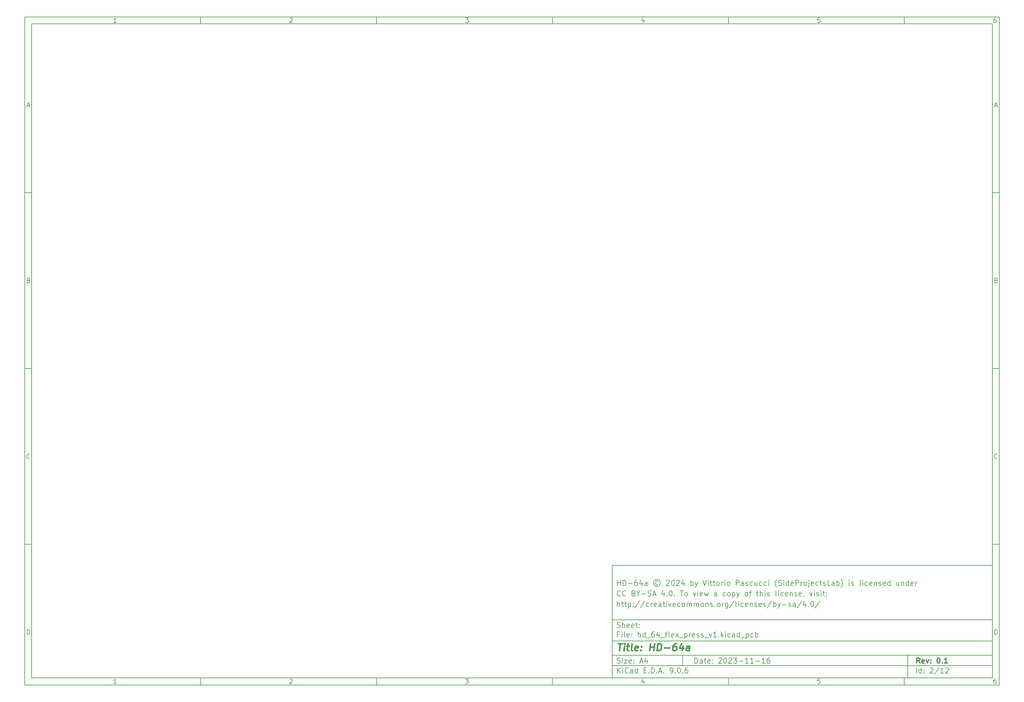
<source format=gbr>
%TF.GenerationSoftware,KiCad,Pcbnew,9.0.6*%
%TF.CreationDate,2025-11-27T00:01:33+01:00*%
%TF.ProjectId,hd_64_flex_press_v1,68645f36-345f-4666-9c65-785f70726573,0.1*%
%TF.SameCoordinates,PXd7966e0PY3c8eee0*%
%TF.FileFunction,Copper,L2,Bot*%
%TF.FilePolarity,Positive*%
%FSLAX46Y46*%
G04 Gerber Fmt 4.6, Leading zero omitted, Abs format (unit mm)*
G04 Created by KiCad (PCBNEW 9.0.6) date 2025-11-27 00:01:33*
%MOMM*%
%LPD*%
G01*
G04 APERTURE LIST*
%ADD10C,0.100000*%
%ADD11C,0.150000*%
%ADD12C,0.300000*%
%ADD13C,0.400000*%
G04 APERTURE END LIST*
D10*
D11*
X-49057800Y-102507200D02*
X58942200Y-102507200D01*
X58942200Y-134507200D01*
X-49057800Y-134507200D01*
X-49057800Y-102507200D01*
D10*
D11*
X-216060000Y53500000D02*
X60942200Y53500000D01*
X60942200Y-136507200D01*
X-216060000Y-136507200D01*
X-216060000Y53500000D01*
D10*
D11*
X-214060000Y51500000D02*
X58942200Y51500000D01*
X58942200Y-134507200D01*
X-214060000Y-134507200D01*
X-214060000Y51500000D01*
D10*
D11*
X-166060000Y51500000D02*
X-166060000Y53500000D01*
D10*
D11*
X-116060000Y51500000D02*
X-116060000Y53500000D01*
D10*
D11*
X-66060000Y51500000D02*
X-66060000Y53500000D01*
D10*
D11*
X-16060000Y51500000D02*
X-16060000Y53500000D01*
D10*
D11*
X33940000Y51500000D02*
X33940000Y53500000D01*
D10*
D11*
X-189970840Y51906396D02*
X-190713697Y51906396D01*
X-190342269Y51906396D02*
X-190342269Y53206396D01*
X-190342269Y53206396D02*
X-190466078Y53020681D01*
X-190466078Y53020681D02*
X-190589888Y52896872D01*
X-190589888Y52896872D02*
X-190713697Y52834967D01*
D10*
D11*
X-140713697Y53082586D02*
X-140651793Y53144491D01*
X-140651793Y53144491D02*
X-140527983Y53206396D01*
X-140527983Y53206396D02*
X-140218459Y53206396D01*
X-140218459Y53206396D02*
X-140094650Y53144491D01*
X-140094650Y53144491D02*
X-140032745Y53082586D01*
X-140032745Y53082586D02*
X-139970840Y52958777D01*
X-139970840Y52958777D02*
X-139970840Y52834967D01*
X-139970840Y52834967D02*
X-140032745Y52649253D01*
X-140032745Y52649253D02*
X-140775602Y51906396D01*
X-140775602Y51906396D02*
X-139970840Y51906396D01*
D10*
D11*
X-90775602Y53206396D02*
X-89970840Y53206396D01*
X-89970840Y53206396D02*
X-90404174Y52711158D01*
X-90404174Y52711158D02*
X-90218459Y52711158D01*
X-90218459Y52711158D02*
X-90094650Y52649253D01*
X-90094650Y52649253D02*
X-90032745Y52587348D01*
X-90032745Y52587348D02*
X-89970840Y52463539D01*
X-89970840Y52463539D02*
X-89970840Y52154015D01*
X-89970840Y52154015D02*
X-90032745Y52030205D01*
X-90032745Y52030205D02*
X-90094650Y51968300D01*
X-90094650Y51968300D02*
X-90218459Y51906396D01*
X-90218459Y51906396D02*
X-90589888Y51906396D01*
X-90589888Y51906396D02*
X-90713697Y51968300D01*
X-90713697Y51968300D02*
X-90775602Y52030205D01*
D10*
D11*
X-40094650Y52773062D02*
X-40094650Y51906396D01*
X-40404174Y53268300D02*
X-40713697Y52339729D01*
X-40713697Y52339729D02*
X-39908936Y52339729D01*
D10*
D11*
X9967255Y53206396D02*
X9348207Y53206396D01*
X9348207Y53206396D02*
X9286303Y52587348D01*
X9286303Y52587348D02*
X9348207Y52649253D01*
X9348207Y52649253D02*
X9472017Y52711158D01*
X9472017Y52711158D02*
X9781541Y52711158D01*
X9781541Y52711158D02*
X9905350Y52649253D01*
X9905350Y52649253D02*
X9967255Y52587348D01*
X9967255Y52587348D02*
X10029160Y52463539D01*
X10029160Y52463539D02*
X10029160Y52154015D01*
X10029160Y52154015D02*
X9967255Y52030205D01*
X9967255Y52030205D02*
X9905350Y51968300D01*
X9905350Y51968300D02*
X9781541Y51906396D01*
X9781541Y51906396D02*
X9472017Y51906396D01*
X9472017Y51906396D02*
X9348207Y51968300D01*
X9348207Y51968300D02*
X9286303Y52030205D01*
D10*
D11*
X59905350Y53206396D02*
X59657731Y53206396D01*
X59657731Y53206396D02*
X59533922Y53144491D01*
X59533922Y53144491D02*
X59472017Y53082586D01*
X59472017Y53082586D02*
X59348207Y52896872D01*
X59348207Y52896872D02*
X59286303Y52649253D01*
X59286303Y52649253D02*
X59286303Y52154015D01*
X59286303Y52154015D02*
X59348207Y52030205D01*
X59348207Y52030205D02*
X59410112Y51968300D01*
X59410112Y51968300D02*
X59533922Y51906396D01*
X59533922Y51906396D02*
X59781541Y51906396D01*
X59781541Y51906396D02*
X59905350Y51968300D01*
X59905350Y51968300D02*
X59967255Y52030205D01*
X59967255Y52030205D02*
X60029160Y52154015D01*
X60029160Y52154015D02*
X60029160Y52463539D01*
X60029160Y52463539D02*
X59967255Y52587348D01*
X59967255Y52587348D02*
X59905350Y52649253D01*
X59905350Y52649253D02*
X59781541Y52711158D01*
X59781541Y52711158D02*
X59533922Y52711158D01*
X59533922Y52711158D02*
X59410112Y52649253D01*
X59410112Y52649253D02*
X59348207Y52587348D01*
X59348207Y52587348D02*
X59286303Y52463539D01*
D10*
D11*
X-166060000Y-134507200D02*
X-166060000Y-136507200D01*
D10*
D11*
X-116060000Y-134507200D02*
X-116060000Y-136507200D01*
D10*
D11*
X-66060000Y-134507200D02*
X-66060000Y-136507200D01*
D10*
D11*
X-16060000Y-134507200D02*
X-16060000Y-136507200D01*
D10*
D11*
X33940000Y-134507200D02*
X33940000Y-136507200D01*
D10*
D11*
X-189970840Y-136100804D02*
X-190713697Y-136100804D01*
X-190342269Y-136100804D02*
X-190342269Y-134800804D01*
X-190342269Y-134800804D02*
X-190466078Y-134986519D01*
X-190466078Y-134986519D02*
X-190589888Y-135110328D01*
X-190589888Y-135110328D02*
X-190713697Y-135172233D01*
D10*
D11*
X-140713697Y-134924614D02*
X-140651793Y-134862709D01*
X-140651793Y-134862709D02*
X-140527983Y-134800804D01*
X-140527983Y-134800804D02*
X-140218459Y-134800804D01*
X-140218459Y-134800804D02*
X-140094650Y-134862709D01*
X-140094650Y-134862709D02*
X-140032745Y-134924614D01*
X-140032745Y-134924614D02*
X-139970840Y-135048423D01*
X-139970840Y-135048423D02*
X-139970840Y-135172233D01*
X-139970840Y-135172233D02*
X-140032745Y-135357947D01*
X-140032745Y-135357947D02*
X-140775602Y-136100804D01*
X-140775602Y-136100804D02*
X-139970840Y-136100804D01*
D10*
D11*
X-90775602Y-134800804D02*
X-89970840Y-134800804D01*
X-89970840Y-134800804D02*
X-90404174Y-135296042D01*
X-90404174Y-135296042D02*
X-90218459Y-135296042D01*
X-90218459Y-135296042D02*
X-90094650Y-135357947D01*
X-90094650Y-135357947D02*
X-90032745Y-135419852D01*
X-90032745Y-135419852D02*
X-89970840Y-135543661D01*
X-89970840Y-135543661D02*
X-89970840Y-135853185D01*
X-89970840Y-135853185D02*
X-90032745Y-135976995D01*
X-90032745Y-135976995D02*
X-90094650Y-136038900D01*
X-90094650Y-136038900D02*
X-90218459Y-136100804D01*
X-90218459Y-136100804D02*
X-90589888Y-136100804D01*
X-90589888Y-136100804D02*
X-90713697Y-136038900D01*
X-90713697Y-136038900D02*
X-90775602Y-135976995D01*
D10*
D11*
X-40094650Y-135234138D02*
X-40094650Y-136100804D01*
X-40404174Y-134738900D02*
X-40713697Y-135667471D01*
X-40713697Y-135667471D02*
X-39908936Y-135667471D01*
D10*
D11*
X9967255Y-134800804D02*
X9348207Y-134800804D01*
X9348207Y-134800804D02*
X9286303Y-135419852D01*
X9286303Y-135419852D02*
X9348207Y-135357947D01*
X9348207Y-135357947D02*
X9472017Y-135296042D01*
X9472017Y-135296042D02*
X9781541Y-135296042D01*
X9781541Y-135296042D02*
X9905350Y-135357947D01*
X9905350Y-135357947D02*
X9967255Y-135419852D01*
X9967255Y-135419852D02*
X10029160Y-135543661D01*
X10029160Y-135543661D02*
X10029160Y-135853185D01*
X10029160Y-135853185D02*
X9967255Y-135976995D01*
X9967255Y-135976995D02*
X9905350Y-136038900D01*
X9905350Y-136038900D02*
X9781541Y-136100804D01*
X9781541Y-136100804D02*
X9472017Y-136100804D01*
X9472017Y-136100804D02*
X9348207Y-136038900D01*
X9348207Y-136038900D02*
X9286303Y-135976995D01*
D10*
D11*
X59905350Y-134800804D02*
X59657731Y-134800804D01*
X59657731Y-134800804D02*
X59533922Y-134862709D01*
X59533922Y-134862709D02*
X59472017Y-134924614D01*
X59472017Y-134924614D02*
X59348207Y-135110328D01*
X59348207Y-135110328D02*
X59286303Y-135357947D01*
X59286303Y-135357947D02*
X59286303Y-135853185D01*
X59286303Y-135853185D02*
X59348207Y-135976995D01*
X59348207Y-135976995D02*
X59410112Y-136038900D01*
X59410112Y-136038900D02*
X59533922Y-136100804D01*
X59533922Y-136100804D02*
X59781541Y-136100804D01*
X59781541Y-136100804D02*
X59905350Y-136038900D01*
X59905350Y-136038900D02*
X59967255Y-135976995D01*
X59967255Y-135976995D02*
X60029160Y-135853185D01*
X60029160Y-135853185D02*
X60029160Y-135543661D01*
X60029160Y-135543661D02*
X59967255Y-135419852D01*
X59967255Y-135419852D02*
X59905350Y-135357947D01*
X59905350Y-135357947D02*
X59781541Y-135296042D01*
X59781541Y-135296042D02*
X59533922Y-135296042D01*
X59533922Y-135296042D02*
X59410112Y-135357947D01*
X59410112Y-135357947D02*
X59348207Y-135419852D01*
X59348207Y-135419852D02*
X59286303Y-135543661D01*
D10*
D11*
X-216060000Y3500000D02*
X-214060000Y3500000D01*
D10*
D11*
X-216060000Y-46500000D02*
X-214060000Y-46500000D01*
D10*
D11*
X-216060000Y-96500000D02*
X-214060000Y-96500000D01*
D10*
D11*
X-215369524Y28277824D02*
X-214750477Y28277824D01*
X-215493334Y27906396D02*
X-215060001Y29206396D01*
X-215060001Y29206396D02*
X-214626667Y27906396D01*
D10*
D11*
X-214967143Y-21412652D02*
X-214781429Y-21474557D01*
X-214781429Y-21474557D02*
X-214719524Y-21536461D01*
X-214719524Y-21536461D02*
X-214657620Y-21660271D01*
X-214657620Y-21660271D02*
X-214657620Y-21845985D01*
X-214657620Y-21845985D02*
X-214719524Y-21969795D01*
X-214719524Y-21969795D02*
X-214781429Y-22031700D01*
X-214781429Y-22031700D02*
X-214905239Y-22093604D01*
X-214905239Y-22093604D02*
X-215400477Y-22093604D01*
X-215400477Y-22093604D02*
X-215400477Y-20793604D01*
X-215400477Y-20793604D02*
X-214967143Y-20793604D01*
X-214967143Y-20793604D02*
X-214843334Y-20855509D01*
X-214843334Y-20855509D02*
X-214781429Y-20917414D01*
X-214781429Y-20917414D02*
X-214719524Y-21041223D01*
X-214719524Y-21041223D02*
X-214719524Y-21165033D01*
X-214719524Y-21165033D02*
X-214781429Y-21288842D01*
X-214781429Y-21288842D02*
X-214843334Y-21350747D01*
X-214843334Y-21350747D02*
X-214967143Y-21412652D01*
X-214967143Y-21412652D02*
X-215400477Y-21412652D01*
D10*
D11*
X-214657620Y-71969795D02*
X-214719524Y-72031700D01*
X-214719524Y-72031700D02*
X-214905239Y-72093604D01*
X-214905239Y-72093604D02*
X-215029048Y-72093604D01*
X-215029048Y-72093604D02*
X-215214762Y-72031700D01*
X-215214762Y-72031700D02*
X-215338572Y-71907890D01*
X-215338572Y-71907890D02*
X-215400477Y-71784080D01*
X-215400477Y-71784080D02*
X-215462381Y-71536461D01*
X-215462381Y-71536461D02*
X-215462381Y-71350747D01*
X-215462381Y-71350747D02*
X-215400477Y-71103128D01*
X-215400477Y-71103128D02*
X-215338572Y-70979319D01*
X-215338572Y-70979319D02*
X-215214762Y-70855509D01*
X-215214762Y-70855509D02*
X-215029048Y-70793604D01*
X-215029048Y-70793604D02*
X-214905239Y-70793604D01*
X-214905239Y-70793604D02*
X-214719524Y-70855509D01*
X-214719524Y-70855509D02*
X-214657620Y-70917414D01*
D10*
D11*
X-215400477Y-122093604D02*
X-215400477Y-120793604D01*
X-215400477Y-120793604D02*
X-215090953Y-120793604D01*
X-215090953Y-120793604D02*
X-214905239Y-120855509D01*
X-214905239Y-120855509D02*
X-214781429Y-120979319D01*
X-214781429Y-120979319D02*
X-214719524Y-121103128D01*
X-214719524Y-121103128D02*
X-214657620Y-121350747D01*
X-214657620Y-121350747D02*
X-214657620Y-121536461D01*
X-214657620Y-121536461D02*
X-214719524Y-121784080D01*
X-214719524Y-121784080D02*
X-214781429Y-121907890D01*
X-214781429Y-121907890D02*
X-214905239Y-122031700D01*
X-214905239Y-122031700D02*
X-215090953Y-122093604D01*
X-215090953Y-122093604D02*
X-215400477Y-122093604D01*
D10*
D11*
X60942200Y3500000D02*
X58942200Y3500000D01*
D10*
D11*
X60942200Y-46500000D02*
X58942200Y-46500000D01*
D10*
D11*
X60942200Y-96500000D02*
X58942200Y-96500000D01*
D10*
D11*
X59632676Y28277824D02*
X60251723Y28277824D01*
X59508866Y27906396D02*
X59942199Y29206396D01*
X59942199Y29206396D02*
X60375533Y27906396D01*
D10*
D11*
X60035057Y-21412652D02*
X60220771Y-21474557D01*
X60220771Y-21474557D02*
X60282676Y-21536461D01*
X60282676Y-21536461D02*
X60344580Y-21660271D01*
X60344580Y-21660271D02*
X60344580Y-21845985D01*
X60344580Y-21845985D02*
X60282676Y-21969795D01*
X60282676Y-21969795D02*
X60220771Y-22031700D01*
X60220771Y-22031700D02*
X60096961Y-22093604D01*
X60096961Y-22093604D02*
X59601723Y-22093604D01*
X59601723Y-22093604D02*
X59601723Y-20793604D01*
X59601723Y-20793604D02*
X60035057Y-20793604D01*
X60035057Y-20793604D02*
X60158866Y-20855509D01*
X60158866Y-20855509D02*
X60220771Y-20917414D01*
X60220771Y-20917414D02*
X60282676Y-21041223D01*
X60282676Y-21041223D02*
X60282676Y-21165033D01*
X60282676Y-21165033D02*
X60220771Y-21288842D01*
X60220771Y-21288842D02*
X60158866Y-21350747D01*
X60158866Y-21350747D02*
X60035057Y-21412652D01*
X60035057Y-21412652D02*
X59601723Y-21412652D01*
D10*
D11*
X60344580Y-71969795D02*
X60282676Y-72031700D01*
X60282676Y-72031700D02*
X60096961Y-72093604D01*
X60096961Y-72093604D02*
X59973152Y-72093604D01*
X59973152Y-72093604D02*
X59787438Y-72031700D01*
X59787438Y-72031700D02*
X59663628Y-71907890D01*
X59663628Y-71907890D02*
X59601723Y-71784080D01*
X59601723Y-71784080D02*
X59539819Y-71536461D01*
X59539819Y-71536461D02*
X59539819Y-71350747D01*
X59539819Y-71350747D02*
X59601723Y-71103128D01*
X59601723Y-71103128D02*
X59663628Y-70979319D01*
X59663628Y-70979319D02*
X59787438Y-70855509D01*
X59787438Y-70855509D02*
X59973152Y-70793604D01*
X59973152Y-70793604D02*
X60096961Y-70793604D01*
X60096961Y-70793604D02*
X60282676Y-70855509D01*
X60282676Y-70855509D02*
X60344580Y-70917414D01*
D10*
D11*
X59601723Y-122093604D02*
X59601723Y-120793604D01*
X59601723Y-120793604D02*
X59911247Y-120793604D01*
X59911247Y-120793604D02*
X60096961Y-120855509D01*
X60096961Y-120855509D02*
X60220771Y-120979319D01*
X60220771Y-120979319D02*
X60282676Y-121103128D01*
X60282676Y-121103128D02*
X60344580Y-121350747D01*
X60344580Y-121350747D02*
X60344580Y-121536461D01*
X60344580Y-121536461D02*
X60282676Y-121784080D01*
X60282676Y-121784080D02*
X60220771Y-121907890D01*
X60220771Y-121907890D02*
X60096961Y-122031700D01*
X60096961Y-122031700D02*
X59911247Y-122093604D01*
X59911247Y-122093604D02*
X59601723Y-122093604D01*
D10*
D11*
X-25601974Y-130293328D02*
X-25601974Y-128793328D01*
X-25601974Y-128793328D02*
X-25244831Y-128793328D01*
X-25244831Y-128793328D02*
X-25030545Y-128864757D01*
X-25030545Y-128864757D02*
X-24887688Y-129007614D01*
X-24887688Y-129007614D02*
X-24816259Y-129150471D01*
X-24816259Y-129150471D02*
X-24744831Y-129436185D01*
X-24744831Y-129436185D02*
X-24744831Y-129650471D01*
X-24744831Y-129650471D02*
X-24816259Y-129936185D01*
X-24816259Y-129936185D02*
X-24887688Y-130079042D01*
X-24887688Y-130079042D02*
X-25030545Y-130221900D01*
X-25030545Y-130221900D02*
X-25244831Y-130293328D01*
X-25244831Y-130293328D02*
X-25601974Y-130293328D01*
X-23459116Y-130293328D02*
X-23459116Y-129507614D01*
X-23459116Y-129507614D02*
X-23530545Y-129364757D01*
X-23530545Y-129364757D02*
X-23673402Y-129293328D01*
X-23673402Y-129293328D02*
X-23959116Y-129293328D01*
X-23959116Y-129293328D02*
X-24101974Y-129364757D01*
X-23459116Y-130221900D02*
X-23601974Y-130293328D01*
X-23601974Y-130293328D02*
X-23959116Y-130293328D01*
X-23959116Y-130293328D02*
X-24101974Y-130221900D01*
X-24101974Y-130221900D02*
X-24173402Y-130079042D01*
X-24173402Y-130079042D02*
X-24173402Y-129936185D01*
X-24173402Y-129936185D02*
X-24101974Y-129793328D01*
X-24101974Y-129793328D02*
X-23959116Y-129721900D01*
X-23959116Y-129721900D02*
X-23601974Y-129721900D01*
X-23601974Y-129721900D02*
X-23459116Y-129650471D01*
X-22959116Y-129293328D02*
X-22387688Y-129293328D01*
X-22744831Y-128793328D02*
X-22744831Y-130079042D01*
X-22744831Y-130079042D02*
X-22673402Y-130221900D01*
X-22673402Y-130221900D02*
X-22530545Y-130293328D01*
X-22530545Y-130293328D02*
X-22387688Y-130293328D01*
X-21316259Y-130221900D02*
X-21459116Y-130293328D01*
X-21459116Y-130293328D02*
X-21744830Y-130293328D01*
X-21744830Y-130293328D02*
X-21887688Y-130221900D01*
X-21887688Y-130221900D02*
X-21959116Y-130079042D01*
X-21959116Y-130079042D02*
X-21959116Y-129507614D01*
X-21959116Y-129507614D02*
X-21887688Y-129364757D01*
X-21887688Y-129364757D02*
X-21744830Y-129293328D01*
X-21744830Y-129293328D02*
X-21459116Y-129293328D01*
X-21459116Y-129293328D02*
X-21316259Y-129364757D01*
X-21316259Y-129364757D02*
X-21244830Y-129507614D01*
X-21244830Y-129507614D02*
X-21244830Y-129650471D01*
X-21244830Y-129650471D02*
X-21959116Y-129793328D01*
X-20601974Y-130150471D02*
X-20530545Y-130221900D01*
X-20530545Y-130221900D02*
X-20601974Y-130293328D01*
X-20601974Y-130293328D02*
X-20673402Y-130221900D01*
X-20673402Y-130221900D02*
X-20601974Y-130150471D01*
X-20601974Y-130150471D02*
X-20601974Y-130293328D01*
X-20601974Y-129364757D02*
X-20530545Y-129436185D01*
X-20530545Y-129436185D02*
X-20601974Y-129507614D01*
X-20601974Y-129507614D02*
X-20673402Y-129436185D01*
X-20673402Y-129436185D02*
X-20601974Y-129364757D01*
X-20601974Y-129364757D02*
X-20601974Y-129507614D01*
X-18816259Y-128936185D02*
X-18744831Y-128864757D01*
X-18744831Y-128864757D02*
X-18601973Y-128793328D01*
X-18601973Y-128793328D02*
X-18244831Y-128793328D01*
X-18244831Y-128793328D02*
X-18101973Y-128864757D01*
X-18101973Y-128864757D02*
X-18030545Y-128936185D01*
X-18030545Y-128936185D02*
X-17959116Y-129079042D01*
X-17959116Y-129079042D02*
X-17959116Y-129221900D01*
X-17959116Y-129221900D02*
X-18030545Y-129436185D01*
X-18030545Y-129436185D02*
X-18887688Y-130293328D01*
X-18887688Y-130293328D02*
X-17959116Y-130293328D01*
X-17030545Y-128793328D02*
X-16887688Y-128793328D01*
X-16887688Y-128793328D02*
X-16744831Y-128864757D01*
X-16744831Y-128864757D02*
X-16673402Y-128936185D01*
X-16673402Y-128936185D02*
X-16601974Y-129079042D01*
X-16601974Y-129079042D02*
X-16530545Y-129364757D01*
X-16530545Y-129364757D02*
X-16530545Y-129721900D01*
X-16530545Y-129721900D02*
X-16601974Y-130007614D01*
X-16601974Y-130007614D02*
X-16673402Y-130150471D01*
X-16673402Y-130150471D02*
X-16744831Y-130221900D01*
X-16744831Y-130221900D02*
X-16887688Y-130293328D01*
X-16887688Y-130293328D02*
X-17030545Y-130293328D01*
X-17030545Y-130293328D02*
X-17173402Y-130221900D01*
X-17173402Y-130221900D02*
X-17244831Y-130150471D01*
X-17244831Y-130150471D02*
X-17316260Y-130007614D01*
X-17316260Y-130007614D02*
X-17387688Y-129721900D01*
X-17387688Y-129721900D02*
X-17387688Y-129364757D01*
X-17387688Y-129364757D02*
X-17316260Y-129079042D01*
X-17316260Y-129079042D02*
X-17244831Y-128936185D01*
X-17244831Y-128936185D02*
X-17173402Y-128864757D01*
X-17173402Y-128864757D02*
X-17030545Y-128793328D01*
X-15959117Y-128936185D02*
X-15887689Y-128864757D01*
X-15887689Y-128864757D02*
X-15744831Y-128793328D01*
X-15744831Y-128793328D02*
X-15387689Y-128793328D01*
X-15387689Y-128793328D02*
X-15244831Y-128864757D01*
X-15244831Y-128864757D02*
X-15173403Y-128936185D01*
X-15173403Y-128936185D02*
X-15101974Y-129079042D01*
X-15101974Y-129079042D02*
X-15101974Y-129221900D01*
X-15101974Y-129221900D02*
X-15173403Y-129436185D01*
X-15173403Y-129436185D02*
X-16030546Y-130293328D01*
X-16030546Y-130293328D02*
X-15101974Y-130293328D01*
X-14601975Y-128793328D02*
X-13673403Y-128793328D01*
X-13673403Y-128793328D02*
X-14173403Y-129364757D01*
X-14173403Y-129364757D02*
X-13959118Y-129364757D01*
X-13959118Y-129364757D02*
X-13816260Y-129436185D01*
X-13816260Y-129436185D02*
X-13744832Y-129507614D01*
X-13744832Y-129507614D02*
X-13673403Y-129650471D01*
X-13673403Y-129650471D02*
X-13673403Y-130007614D01*
X-13673403Y-130007614D02*
X-13744832Y-130150471D01*
X-13744832Y-130150471D02*
X-13816260Y-130221900D01*
X-13816260Y-130221900D02*
X-13959118Y-130293328D01*
X-13959118Y-130293328D02*
X-14387689Y-130293328D01*
X-14387689Y-130293328D02*
X-14530546Y-130221900D01*
X-14530546Y-130221900D02*
X-14601975Y-130150471D01*
X-13030547Y-129721900D02*
X-11887689Y-129721900D01*
X-10387689Y-130293328D02*
X-11244832Y-130293328D01*
X-10816261Y-130293328D02*
X-10816261Y-128793328D01*
X-10816261Y-128793328D02*
X-10959118Y-129007614D01*
X-10959118Y-129007614D02*
X-11101975Y-129150471D01*
X-11101975Y-129150471D02*
X-11244832Y-129221900D01*
X-8959118Y-130293328D02*
X-9816261Y-130293328D01*
X-9387690Y-130293328D02*
X-9387690Y-128793328D01*
X-9387690Y-128793328D02*
X-9530547Y-129007614D01*
X-9530547Y-129007614D02*
X-9673404Y-129150471D01*
X-9673404Y-129150471D02*
X-9816261Y-129221900D01*
X-8316262Y-129721900D02*
X-7173404Y-129721900D01*
X-5673404Y-130293328D02*
X-6530547Y-130293328D01*
X-6101976Y-130293328D02*
X-6101976Y-128793328D01*
X-6101976Y-128793328D02*
X-6244833Y-129007614D01*
X-6244833Y-129007614D02*
X-6387690Y-129150471D01*
X-6387690Y-129150471D02*
X-6530547Y-129221900D01*
X-4387690Y-128793328D02*
X-4673405Y-128793328D01*
X-4673405Y-128793328D02*
X-4816262Y-128864757D01*
X-4816262Y-128864757D02*
X-4887690Y-128936185D01*
X-4887690Y-128936185D02*
X-5030548Y-129150471D01*
X-5030548Y-129150471D02*
X-5101976Y-129436185D01*
X-5101976Y-129436185D02*
X-5101976Y-130007614D01*
X-5101976Y-130007614D02*
X-5030548Y-130150471D01*
X-5030548Y-130150471D02*
X-4959119Y-130221900D01*
X-4959119Y-130221900D02*
X-4816262Y-130293328D01*
X-4816262Y-130293328D02*
X-4530548Y-130293328D01*
X-4530548Y-130293328D02*
X-4387690Y-130221900D01*
X-4387690Y-130221900D02*
X-4316262Y-130150471D01*
X-4316262Y-130150471D02*
X-4244833Y-130007614D01*
X-4244833Y-130007614D02*
X-4244833Y-129650471D01*
X-4244833Y-129650471D02*
X-4316262Y-129507614D01*
X-4316262Y-129507614D02*
X-4387690Y-129436185D01*
X-4387690Y-129436185D02*
X-4530548Y-129364757D01*
X-4530548Y-129364757D02*
X-4816262Y-129364757D01*
X-4816262Y-129364757D02*
X-4959119Y-129436185D01*
X-4959119Y-129436185D02*
X-5030548Y-129507614D01*
X-5030548Y-129507614D02*
X-5101976Y-129650471D01*
D10*
D11*
X-49057800Y-131007200D02*
X58942200Y-131007200D01*
D10*
D11*
X-47601974Y-133093328D02*
X-47601974Y-131593328D01*
X-46744831Y-133093328D02*
X-47387688Y-132236185D01*
X-46744831Y-131593328D02*
X-47601974Y-132450471D01*
X-46101974Y-133093328D02*
X-46101974Y-132093328D01*
X-46101974Y-131593328D02*
X-46173402Y-131664757D01*
X-46173402Y-131664757D02*
X-46101974Y-131736185D01*
X-46101974Y-131736185D02*
X-46030545Y-131664757D01*
X-46030545Y-131664757D02*
X-46101974Y-131593328D01*
X-46101974Y-131593328D02*
X-46101974Y-131736185D01*
X-44530545Y-132950471D02*
X-44601973Y-133021900D01*
X-44601973Y-133021900D02*
X-44816259Y-133093328D01*
X-44816259Y-133093328D02*
X-44959116Y-133093328D01*
X-44959116Y-133093328D02*
X-45173402Y-133021900D01*
X-45173402Y-133021900D02*
X-45316259Y-132879042D01*
X-45316259Y-132879042D02*
X-45387688Y-132736185D01*
X-45387688Y-132736185D02*
X-45459116Y-132450471D01*
X-45459116Y-132450471D02*
X-45459116Y-132236185D01*
X-45459116Y-132236185D02*
X-45387688Y-131950471D01*
X-45387688Y-131950471D02*
X-45316259Y-131807614D01*
X-45316259Y-131807614D02*
X-45173402Y-131664757D01*
X-45173402Y-131664757D02*
X-44959116Y-131593328D01*
X-44959116Y-131593328D02*
X-44816259Y-131593328D01*
X-44816259Y-131593328D02*
X-44601973Y-131664757D01*
X-44601973Y-131664757D02*
X-44530545Y-131736185D01*
X-43244830Y-133093328D02*
X-43244830Y-132307614D01*
X-43244830Y-132307614D02*
X-43316259Y-132164757D01*
X-43316259Y-132164757D02*
X-43459116Y-132093328D01*
X-43459116Y-132093328D02*
X-43744830Y-132093328D01*
X-43744830Y-132093328D02*
X-43887688Y-132164757D01*
X-43244830Y-133021900D02*
X-43387688Y-133093328D01*
X-43387688Y-133093328D02*
X-43744830Y-133093328D01*
X-43744830Y-133093328D02*
X-43887688Y-133021900D01*
X-43887688Y-133021900D02*
X-43959116Y-132879042D01*
X-43959116Y-132879042D02*
X-43959116Y-132736185D01*
X-43959116Y-132736185D02*
X-43887688Y-132593328D01*
X-43887688Y-132593328D02*
X-43744830Y-132521900D01*
X-43744830Y-132521900D02*
X-43387688Y-132521900D01*
X-43387688Y-132521900D02*
X-43244830Y-132450471D01*
X-41887687Y-133093328D02*
X-41887687Y-131593328D01*
X-41887687Y-133021900D02*
X-42030545Y-133093328D01*
X-42030545Y-133093328D02*
X-42316259Y-133093328D01*
X-42316259Y-133093328D02*
X-42459116Y-133021900D01*
X-42459116Y-133021900D02*
X-42530545Y-132950471D01*
X-42530545Y-132950471D02*
X-42601973Y-132807614D01*
X-42601973Y-132807614D02*
X-42601973Y-132379042D01*
X-42601973Y-132379042D02*
X-42530545Y-132236185D01*
X-42530545Y-132236185D02*
X-42459116Y-132164757D01*
X-42459116Y-132164757D02*
X-42316259Y-132093328D01*
X-42316259Y-132093328D02*
X-42030545Y-132093328D01*
X-42030545Y-132093328D02*
X-41887687Y-132164757D01*
X-40030545Y-132307614D02*
X-39530545Y-132307614D01*
X-39316259Y-133093328D02*
X-40030545Y-133093328D01*
X-40030545Y-133093328D02*
X-40030545Y-131593328D01*
X-40030545Y-131593328D02*
X-39316259Y-131593328D01*
X-38673402Y-132950471D02*
X-38601973Y-133021900D01*
X-38601973Y-133021900D02*
X-38673402Y-133093328D01*
X-38673402Y-133093328D02*
X-38744830Y-133021900D01*
X-38744830Y-133021900D02*
X-38673402Y-132950471D01*
X-38673402Y-132950471D02*
X-38673402Y-133093328D01*
X-37959116Y-133093328D02*
X-37959116Y-131593328D01*
X-37959116Y-131593328D02*
X-37601973Y-131593328D01*
X-37601973Y-131593328D02*
X-37387687Y-131664757D01*
X-37387687Y-131664757D02*
X-37244830Y-131807614D01*
X-37244830Y-131807614D02*
X-37173401Y-131950471D01*
X-37173401Y-131950471D02*
X-37101973Y-132236185D01*
X-37101973Y-132236185D02*
X-37101973Y-132450471D01*
X-37101973Y-132450471D02*
X-37173401Y-132736185D01*
X-37173401Y-132736185D02*
X-37244830Y-132879042D01*
X-37244830Y-132879042D02*
X-37387687Y-133021900D01*
X-37387687Y-133021900D02*
X-37601973Y-133093328D01*
X-37601973Y-133093328D02*
X-37959116Y-133093328D01*
X-36459116Y-132950471D02*
X-36387687Y-133021900D01*
X-36387687Y-133021900D02*
X-36459116Y-133093328D01*
X-36459116Y-133093328D02*
X-36530544Y-133021900D01*
X-36530544Y-133021900D02*
X-36459116Y-132950471D01*
X-36459116Y-132950471D02*
X-36459116Y-133093328D01*
X-35816258Y-132664757D02*
X-35101972Y-132664757D01*
X-35959115Y-133093328D02*
X-35459115Y-131593328D01*
X-35459115Y-131593328D02*
X-34959115Y-133093328D01*
X-34459116Y-132950471D02*
X-34387687Y-133021900D01*
X-34387687Y-133021900D02*
X-34459116Y-133093328D01*
X-34459116Y-133093328D02*
X-34530544Y-133021900D01*
X-34530544Y-133021900D02*
X-34459116Y-132950471D01*
X-34459116Y-132950471D02*
X-34459116Y-133093328D01*
X-32530544Y-133093328D02*
X-32244830Y-133093328D01*
X-32244830Y-133093328D02*
X-32101973Y-133021900D01*
X-32101973Y-133021900D02*
X-32030544Y-132950471D01*
X-32030544Y-132950471D02*
X-31887687Y-132736185D01*
X-31887687Y-132736185D02*
X-31816258Y-132450471D01*
X-31816258Y-132450471D02*
X-31816258Y-131879042D01*
X-31816258Y-131879042D02*
X-31887687Y-131736185D01*
X-31887687Y-131736185D02*
X-31959115Y-131664757D01*
X-31959115Y-131664757D02*
X-32101973Y-131593328D01*
X-32101973Y-131593328D02*
X-32387687Y-131593328D01*
X-32387687Y-131593328D02*
X-32530544Y-131664757D01*
X-32530544Y-131664757D02*
X-32601973Y-131736185D01*
X-32601973Y-131736185D02*
X-32673401Y-131879042D01*
X-32673401Y-131879042D02*
X-32673401Y-132236185D01*
X-32673401Y-132236185D02*
X-32601973Y-132379042D01*
X-32601973Y-132379042D02*
X-32530544Y-132450471D01*
X-32530544Y-132450471D02*
X-32387687Y-132521900D01*
X-32387687Y-132521900D02*
X-32101973Y-132521900D01*
X-32101973Y-132521900D02*
X-31959115Y-132450471D01*
X-31959115Y-132450471D02*
X-31887687Y-132379042D01*
X-31887687Y-132379042D02*
X-31816258Y-132236185D01*
X-31173402Y-132950471D02*
X-31101973Y-133021900D01*
X-31101973Y-133021900D02*
X-31173402Y-133093328D01*
X-31173402Y-133093328D02*
X-31244830Y-133021900D01*
X-31244830Y-133021900D02*
X-31173402Y-132950471D01*
X-31173402Y-132950471D02*
X-31173402Y-133093328D01*
X-30173401Y-131593328D02*
X-30030544Y-131593328D01*
X-30030544Y-131593328D02*
X-29887687Y-131664757D01*
X-29887687Y-131664757D02*
X-29816258Y-131736185D01*
X-29816258Y-131736185D02*
X-29744830Y-131879042D01*
X-29744830Y-131879042D02*
X-29673401Y-132164757D01*
X-29673401Y-132164757D02*
X-29673401Y-132521900D01*
X-29673401Y-132521900D02*
X-29744830Y-132807614D01*
X-29744830Y-132807614D02*
X-29816258Y-132950471D01*
X-29816258Y-132950471D02*
X-29887687Y-133021900D01*
X-29887687Y-133021900D02*
X-30030544Y-133093328D01*
X-30030544Y-133093328D02*
X-30173401Y-133093328D01*
X-30173401Y-133093328D02*
X-30316258Y-133021900D01*
X-30316258Y-133021900D02*
X-30387687Y-132950471D01*
X-30387687Y-132950471D02*
X-30459116Y-132807614D01*
X-30459116Y-132807614D02*
X-30530544Y-132521900D01*
X-30530544Y-132521900D02*
X-30530544Y-132164757D01*
X-30530544Y-132164757D02*
X-30459116Y-131879042D01*
X-30459116Y-131879042D02*
X-30387687Y-131736185D01*
X-30387687Y-131736185D02*
X-30316258Y-131664757D01*
X-30316258Y-131664757D02*
X-30173401Y-131593328D01*
X-29030545Y-132950471D02*
X-28959116Y-133021900D01*
X-28959116Y-133021900D02*
X-29030545Y-133093328D01*
X-29030545Y-133093328D02*
X-29101973Y-133021900D01*
X-29101973Y-133021900D02*
X-29030545Y-132950471D01*
X-29030545Y-132950471D02*
X-29030545Y-133093328D01*
X-27673401Y-131593328D02*
X-27959116Y-131593328D01*
X-27959116Y-131593328D02*
X-28101973Y-131664757D01*
X-28101973Y-131664757D02*
X-28173401Y-131736185D01*
X-28173401Y-131736185D02*
X-28316259Y-131950471D01*
X-28316259Y-131950471D02*
X-28387687Y-132236185D01*
X-28387687Y-132236185D02*
X-28387687Y-132807614D01*
X-28387687Y-132807614D02*
X-28316259Y-132950471D01*
X-28316259Y-132950471D02*
X-28244830Y-133021900D01*
X-28244830Y-133021900D02*
X-28101973Y-133093328D01*
X-28101973Y-133093328D02*
X-27816259Y-133093328D01*
X-27816259Y-133093328D02*
X-27673401Y-133021900D01*
X-27673401Y-133021900D02*
X-27601973Y-132950471D01*
X-27601973Y-132950471D02*
X-27530544Y-132807614D01*
X-27530544Y-132807614D02*
X-27530544Y-132450471D01*
X-27530544Y-132450471D02*
X-27601973Y-132307614D01*
X-27601973Y-132307614D02*
X-27673401Y-132236185D01*
X-27673401Y-132236185D02*
X-27816259Y-132164757D01*
X-27816259Y-132164757D02*
X-28101973Y-132164757D01*
X-28101973Y-132164757D02*
X-28244830Y-132236185D01*
X-28244830Y-132236185D02*
X-28316259Y-132307614D01*
X-28316259Y-132307614D02*
X-28387687Y-132450471D01*
D10*
D11*
X-49057800Y-128007200D02*
X58942200Y-128007200D01*
D10*
D12*
X38353853Y-130285528D02*
X37853853Y-129571242D01*
X37496710Y-130285528D02*
X37496710Y-128785528D01*
X37496710Y-128785528D02*
X38068139Y-128785528D01*
X38068139Y-128785528D02*
X38210996Y-128856957D01*
X38210996Y-128856957D02*
X38282425Y-128928385D01*
X38282425Y-128928385D02*
X38353853Y-129071242D01*
X38353853Y-129071242D02*
X38353853Y-129285528D01*
X38353853Y-129285528D02*
X38282425Y-129428385D01*
X38282425Y-129428385D02*
X38210996Y-129499814D01*
X38210996Y-129499814D02*
X38068139Y-129571242D01*
X38068139Y-129571242D02*
X37496710Y-129571242D01*
X39568139Y-130214100D02*
X39425282Y-130285528D01*
X39425282Y-130285528D02*
X39139568Y-130285528D01*
X39139568Y-130285528D02*
X38996710Y-130214100D01*
X38996710Y-130214100D02*
X38925282Y-130071242D01*
X38925282Y-130071242D02*
X38925282Y-129499814D01*
X38925282Y-129499814D02*
X38996710Y-129356957D01*
X38996710Y-129356957D02*
X39139568Y-129285528D01*
X39139568Y-129285528D02*
X39425282Y-129285528D01*
X39425282Y-129285528D02*
X39568139Y-129356957D01*
X39568139Y-129356957D02*
X39639568Y-129499814D01*
X39639568Y-129499814D02*
X39639568Y-129642671D01*
X39639568Y-129642671D02*
X38925282Y-129785528D01*
X40139567Y-129285528D02*
X40496710Y-130285528D01*
X40496710Y-130285528D02*
X40853853Y-129285528D01*
X41425281Y-130142671D02*
X41496710Y-130214100D01*
X41496710Y-130214100D02*
X41425281Y-130285528D01*
X41425281Y-130285528D02*
X41353853Y-130214100D01*
X41353853Y-130214100D02*
X41425281Y-130142671D01*
X41425281Y-130142671D02*
X41425281Y-130285528D01*
X41425281Y-129356957D02*
X41496710Y-129428385D01*
X41496710Y-129428385D02*
X41425281Y-129499814D01*
X41425281Y-129499814D02*
X41353853Y-129428385D01*
X41353853Y-129428385D02*
X41425281Y-129356957D01*
X41425281Y-129356957D02*
X41425281Y-129499814D01*
X43568139Y-128785528D02*
X43710996Y-128785528D01*
X43710996Y-128785528D02*
X43853853Y-128856957D01*
X43853853Y-128856957D02*
X43925282Y-128928385D01*
X43925282Y-128928385D02*
X43996710Y-129071242D01*
X43996710Y-129071242D02*
X44068139Y-129356957D01*
X44068139Y-129356957D02*
X44068139Y-129714100D01*
X44068139Y-129714100D02*
X43996710Y-129999814D01*
X43996710Y-129999814D02*
X43925282Y-130142671D01*
X43925282Y-130142671D02*
X43853853Y-130214100D01*
X43853853Y-130214100D02*
X43710996Y-130285528D01*
X43710996Y-130285528D02*
X43568139Y-130285528D01*
X43568139Y-130285528D02*
X43425282Y-130214100D01*
X43425282Y-130214100D02*
X43353853Y-130142671D01*
X43353853Y-130142671D02*
X43282424Y-129999814D01*
X43282424Y-129999814D02*
X43210996Y-129714100D01*
X43210996Y-129714100D02*
X43210996Y-129356957D01*
X43210996Y-129356957D02*
X43282424Y-129071242D01*
X43282424Y-129071242D02*
X43353853Y-128928385D01*
X43353853Y-128928385D02*
X43425282Y-128856957D01*
X43425282Y-128856957D02*
X43568139Y-128785528D01*
X44710995Y-130142671D02*
X44782424Y-130214100D01*
X44782424Y-130214100D02*
X44710995Y-130285528D01*
X44710995Y-130285528D02*
X44639567Y-130214100D01*
X44639567Y-130214100D02*
X44710995Y-130142671D01*
X44710995Y-130142671D02*
X44710995Y-130285528D01*
X46210996Y-130285528D02*
X45353853Y-130285528D01*
X45782424Y-130285528D02*
X45782424Y-128785528D01*
X45782424Y-128785528D02*
X45639567Y-128999814D01*
X45639567Y-128999814D02*
X45496710Y-129142671D01*
X45496710Y-129142671D02*
X45353853Y-129214100D01*
D10*
D11*
X-47673402Y-130221900D02*
X-47459116Y-130293328D01*
X-47459116Y-130293328D02*
X-47101974Y-130293328D01*
X-47101974Y-130293328D02*
X-46959116Y-130221900D01*
X-46959116Y-130221900D02*
X-46887688Y-130150471D01*
X-46887688Y-130150471D02*
X-46816259Y-130007614D01*
X-46816259Y-130007614D02*
X-46816259Y-129864757D01*
X-46816259Y-129864757D02*
X-46887688Y-129721900D01*
X-46887688Y-129721900D02*
X-46959116Y-129650471D01*
X-46959116Y-129650471D02*
X-47101974Y-129579042D01*
X-47101974Y-129579042D02*
X-47387688Y-129507614D01*
X-47387688Y-129507614D02*
X-47530545Y-129436185D01*
X-47530545Y-129436185D02*
X-47601974Y-129364757D01*
X-47601974Y-129364757D02*
X-47673402Y-129221900D01*
X-47673402Y-129221900D02*
X-47673402Y-129079042D01*
X-47673402Y-129079042D02*
X-47601974Y-128936185D01*
X-47601974Y-128936185D02*
X-47530545Y-128864757D01*
X-47530545Y-128864757D02*
X-47387688Y-128793328D01*
X-47387688Y-128793328D02*
X-47030545Y-128793328D01*
X-47030545Y-128793328D02*
X-46816259Y-128864757D01*
X-46173403Y-130293328D02*
X-46173403Y-129293328D01*
X-46173403Y-128793328D02*
X-46244831Y-128864757D01*
X-46244831Y-128864757D02*
X-46173403Y-128936185D01*
X-46173403Y-128936185D02*
X-46101974Y-128864757D01*
X-46101974Y-128864757D02*
X-46173403Y-128793328D01*
X-46173403Y-128793328D02*
X-46173403Y-128936185D01*
X-45601974Y-129293328D02*
X-44816259Y-129293328D01*
X-44816259Y-129293328D02*
X-45601974Y-130293328D01*
X-45601974Y-130293328D02*
X-44816259Y-130293328D01*
X-43673402Y-130221900D02*
X-43816259Y-130293328D01*
X-43816259Y-130293328D02*
X-44101973Y-130293328D01*
X-44101973Y-130293328D02*
X-44244831Y-130221900D01*
X-44244831Y-130221900D02*
X-44316259Y-130079042D01*
X-44316259Y-130079042D02*
X-44316259Y-129507614D01*
X-44316259Y-129507614D02*
X-44244831Y-129364757D01*
X-44244831Y-129364757D02*
X-44101973Y-129293328D01*
X-44101973Y-129293328D02*
X-43816259Y-129293328D01*
X-43816259Y-129293328D02*
X-43673402Y-129364757D01*
X-43673402Y-129364757D02*
X-43601973Y-129507614D01*
X-43601973Y-129507614D02*
X-43601973Y-129650471D01*
X-43601973Y-129650471D02*
X-44316259Y-129793328D01*
X-42959117Y-130150471D02*
X-42887688Y-130221900D01*
X-42887688Y-130221900D02*
X-42959117Y-130293328D01*
X-42959117Y-130293328D02*
X-43030545Y-130221900D01*
X-43030545Y-130221900D02*
X-42959117Y-130150471D01*
X-42959117Y-130150471D02*
X-42959117Y-130293328D01*
X-42959117Y-129364757D02*
X-42887688Y-129436185D01*
X-42887688Y-129436185D02*
X-42959117Y-129507614D01*
X-42959117Y-129507614D02*
X-43030545Y-129436185D01*
X-43030545Y-129436185D02*
X-42959117Y-129364757D01*
X-42959117Y-129364757D02*
X-42959117Y-129507614D01*
X-41173402Y-129864757D02*
X-40459116Y-129864757D01*
X-41316259Y-130293328D02*
X-40816259Y-128793328D01*
X-40816259Y-128793328D02*
X-40316259Y-130293328D01*
X-39173402Y-129293328D02*
X-39173402Y-130293328D01*
X-39530545Y-128721900D02*
X-39887688Y-129793328D01*
X-39887688Y-129793328D02*
X-38959117Y-129793328D01*
D10*
D11*
X37398026Y-133093328D02*
X37398026Y-131593328D01*
X38755170Y-133093328D02*
X38755170Y-131593328D01*
X38755170Y-133021900D02*
X38612312Y-133093328D01*
X38612312Y-133093328D02*
X38326598Y-133093328D01*
X38326598Y-133093328D02*
X38183741Y-133021900D01*
X38183741Y-133021900D02*
X38112312Y-132950471D01*
X38112312Y-132950471D02*
X38040884Y-132807614D01*
X38040884Y-132807614D02*
X38040884Y-132379042D01*
X38040884Y-132379042D02*
X38112312Y-132236185D01*
X38112312Y-132236185D02*
X38183741Y-132164757D01*
X38183741Y-132164757D02*
X38326598Y-132093328D01*
X38326598Y-132093328D02*
X38612312Y-132093328D01*
X38612312Y-132093328D02*
X38755170Y-132164757D01*
X39469455Y-132950471D02*
X39540884Y-133021900D01*
X39540884Y-133021900D02*
X39469455Y-133093328D01*
X39469455Y-133093328D02*
X39398027Y-133021900D01*
X39398027Y-133021900D02*
X39469455Y-132950471D01*
X39469455Y-132950471D02*
X39469455Y-133093328D01*
X39469455Y-132164757D02*
X39540884Y-132236185D01*
X39540884Y-132236185D02*
X39469455Y-132307614D01*
X39469455Y-132307614D02*
X39398027Y-132236185D01*
X39398027Y-132236185D02*
X39469455Y-132164757D01*
X39469455Y-132164757D02*
X39469455Y-132307614D01*
X41255170Y-131736185D02*
X41326598Y-131664757D01*
X41326598Y-131664757D02*
X41469456Y-131593328D01*
X41469456Y-131593328D02*
X41826598Y-131593328D01*
X41826598Y-131593328D02*
X41969456Y-131664757D01*
X41969456Y-131664757D02*
X42040884Y-131736185D01*
X42040884Y-131736185D02*
X42112313Y-131879042D01*
X42112313Y-131879042D02*
X42112313Y-132021900D01*
X42112313Y-132021900D02*
X42040884Y-132236185D01*
X42040884Y-132236185D02*
X41183741Y-133093328D01*
X41183741Y-133093328D02*
X42112313Y-133093328D01*
X43826598Y-131521900D02*
X42540884Y-133450471D01*
X45112313Y-133093328D02*
X44255170Y-133093328D01*
X44683741Y-133093328D02*
X44683741Y-131593328D01*
X44683741Y-131593328D02*
X44540884Y-131807614D01*
X44540884Y-131807614D02*
X44398027Y-131950471D01*
X44398027Y-131950471D02*
X44255170Y-132021900D01*
X45683741Y-131736185D02*
X45755169Y-131664757D01*
X45755169Y-131664757D02*
X45898027Y-131593328D01*
X45898027Y-131593328D02*
X46255169Y-131593328D01*
X46255169Y-131593328D02*
X46398027Y-131664757D01*
X46398027Y-131664757D02*
X46469455Y-131736185D01*
X46469455Y-131736185D02*
X46540884Y-131879042D01*
X46540884Y-131879042D02*
X46540884Y-132021900D01*
X46540884Y-132021900D02*
X46469455Y-132236185D01*
X46469455Y-132236185D02*
X45612312Y-133093328D01*
X45612312Y-133093328D02*
X46540884Y-133093328D01*
D10*
D11*
X-49057800Y-124007200D02*
X58942200Y-124007200D01*
D10*
D13*
X-47366072Y-124711638D02*
X-46223215Y-124711638D01*
X-47044643Y-126711638D02*
X-46794643Y-124711638D01*
X-45806548Y-126711638D02*
X-45639881Y-125378304D01*
X-45556548Y-124711638D02*
X-45663691Y-124806876D01*
X-45663691Y-124806876D02*
X-45580357Y-124902114D01*
X-45580357Y-124902114D02*
X-45473214Y-124806876D01*
X-45473214Y-124806876D02*
X-45556548Y-124711638D01*
X-45556548Y-124711638D02*
X-45580357Y-124902114D01*
X-44973214Y-125378304D02*
X-44211310Y-125378304D01*
X-44604167Y-124711638D02*
X-44818452Y-126425923D01*
X-44818452Y-126425923D02*
X-44747024Y-126616400D01*
X-44747024Y-126616400D02*
X-44568452Y-126711638D01*
X-44568452Y-126711638D02*
X-44377976Y-126711638D01*
X-43425595Y-126711638D02*
X-43604167Y-126616400D01*
X-43604167Y-126616400D02*
X-43675595Y-126425923D01*
X-43675595Y-126425923D02*
X-43461310Y-124711638D01*
X-41889881Y-126616400D02*
X-42092262Y-126711638D01*
X-42092262Y-126711638D02*
X-42473215Y-126711638D01*
X-42473215Y-126711638D02*
X-42651786Y-126616400D01*
X-42651786Y-126616400D02*
X-42723215Y-126425923D01*
X-42723215Y-126425923D02*
X-42627976Y-125664019D01*
X-42627976Y-125664019D02*
X-42508929Y-125473542D01*
X-42508929Y-125473542D02*
X-42306548Y-125378304D01*
X-42306548Y-125378304D02*
X-41925596Y-125378304D01*
X-41925596Y-125378304D02*
X-41747024Y-125473542D01*
X-41747024Y-125473542D02*
X-41675596Y-125664019D01*
X-41675596Y-125664019D02*
X-41699405Y-125854495D01*
X-41699405Y-125854495D02*
X-42675596Y-126044971D01*
X-40925595Y-126521161D02*
X-40842262Y-126616400D01*
X-40842262Y-126616400D02*
X-40949405Y-126711638D01*
X-40949405Y-126711638D02*
X-41032738Y-126616400D01*
X-41032738Y-126616400D02*
X-40925595Y-126521161D01*
X-40925595Y-126521161D02*
X-40949405Y-126711638D01*
X-40794643Y-125473542D02*
X-40711310Y-125568780D01*
X-40711310Y-125568780D02*
X-40818452Y-125664019D01*
X-40818452Y-125664019D02*
X-40901786Y-125568780D01*
X-40901786Y-125568780D02*
X-40794643Y-125473542D01*
X-40794643Y-125473542D02*
X-40818452Y-125664019D01*
X-38473214Y-126711638D02*
X-38223214Y-124711638D01*
X-38342261Y-125664019D02*
X-37199404Y-125664019D01*
X-37330357Y-126711638D02*
X-37080357Y-124711638D01*
X-36377976Y-126711638D02*
X-36127976Y-124711638D01*
X-36127976Y-124711638D02*
X-35651785Y-124711638D01*
X-35651785Y-124711638D02*
X-35377976Y-124806876D01*
X-35377976Y-124806876D02*
X-35211309Y-124997352D01*
X-35211309Y-124997352D02*
X-35139881Y-125187828D01*
X-35139881Y-125187828D02*
X-35092261Y-125568780D01*
X-35092261Y-125568780D02*
X-35127976Y-125854495D01*
X-35127976Y-125854495D02*
X-35270833Y-126235447D01*
X-35270833Y-126235447D02*
X-35389881Y-126425923D01*
X-35389881Y-126425923D02*
X-35604166Y-126616400D01*
X-35604166Y-126616400D02*
X-35901785Y-126711638D01*
X-35901785Y-126711638D02*
X-36377976Y-126711638D01*
X-34282738Y-125949733D02*
X-32758928Y-125949733D01*
X-30794643Y-124711638D02*
X-31175595Y-124711638D01*
X-31175595Y-124711638D02*
X-31377976Y-124806876D01*
X-31377976Y-124806876D02*
X-31485119Y-124902114D01*
X-31485119Y-124902114D02*
X-31711310Y-125187828D01*
X-31711310Y-125187828D02*
X-31854167Y-125568780D01*
X-31854167Y-125568780D02*
X-31949405Y-126330685D01*
X-31949405Y-126330685D02*
X-31877976Y-126521161D01*
X-31877976Y-126521161D02*
X-31794643Y-126616400D01*
X-31794643Y-126616400D02*
X-31616071Y-126711638D01*
X-31616071Y-126711638D02*
X-31235119Y-126711638D01*
X-31235119Y-126711638D02*
X-31032738Y-126616400D01*
X-31032738Y-126616400D02*
X-30925595Y-126521161D01*
X-30925595Y-126521161D02*
X-30806548Y-126330685D01*
X-30806548Y-126330685D02*
X-30747024Y-125854495D01*
X-30747024Y-125854495D02*
X-30818452Y-125664019D01*
X-30818452Y-125664019D02*
X-30901786Y-125568780D01*
X-30901786Y-125568780D02*
X-31080357Y-125473542D01*
X-31080357Y-125473542D02*
X-31461310Y-125473542D01*
X-31461310Y-125473542D02*
X-31663691Y-125568780D01*
X-31663691Y-125568780D02*
X-31770833Y-125664019D01*
X-31770833Y-125664019D02*
X-31889881Y-125854495D01*
X-28973214Y-125378304D02*
X-29139881Y-126711638D01*
X-29354167Y-124616400D02*
X-30008929Y-126044971D01*
X-30008929Y-126044971D02*
X-28770833Y-126044971D01*
X-27235119Y-126711638D02*
X-27104167Y-125664019D01*
X-27104167Y-125664019D02*
X-27175595Y-125473542D01*
X-27175595Y-125473542D02*
X-27354167Y-125378304D01*
X-27354167Y-125378304D02*
X-27735119Y-125378304D01*
X-27735119Y-125378304D02*
X-27937500Y-125473542D01*
X-27223214Y-126616400D02*
X-27425595Y-126711638D01*
X-27425595Y-126711638D02*
X-27901786Y-126711638D01*
X-27901786Y-126711638D02*
X-28080357Y-126616400D01*
X-28080357Y-126616400D02*
X-28151786Y-126425923D01*
X-28151786Y-126425923D02*
X-28127976Y-126235447D01*
X-28127976Y-126235447D02*
X-28008928Y-126044971D01*
X-28008928Y-126044971D02*
X-27806547Y-125949733D01*
X-27806547Y-125949733D02*
X-27330357Y-125949733D01*
X-27330357Y-125949733D02*
X-27127976Y-125854495D01*
D10*
D11*
X-47101974Y-122107614D02*
X-47601974Y-122107614D01*
X-47601974Y-122893328D02*
X-47601974Y-121393328D01*
X-47601974Y-121393328D02*
X-46887688Y-121393328D01*
X-46316260Y-122893328D02*
X-46316260Y-121893328D01*
X-46316260Y-121393328D02*
X-46387688Y-121464757D01*
X-46387688Y-121464757D02*
X-46316260Y-121536185D01*
X-46316260Y-121536185D02*
X-46244831Y-121464757D01*
X-46244831Y-121464757D02*
X-46316260Y-121393328D01*
X-46316260Y-121393328D02*
X-46316260Y-121536185D01*
X-45387688Y-122893328D02*
X-45530545Y-122821900D01*
X-45530545Y-122821900D02*
X-45601974Y-122679042D01*
X-45601974Y-122679042D02*
X-45601974Y-121393328D01*
X-44244831Y-122821900D02*
X-44387688Y-122893328D01*
X-44387688Y-122893328D02*
X-44673402Y-122893328D01*
X-44673402Y-122893328D02*
X-44816260Y-122821900D01*
X-44816260Y-122821900D02*
X-44887688Y-122679042D01*
X-44887688Y-122679042D02*
X-44887688Y-122107614D01*
X-44887688Y-122107614D02*
X-44816260Y-121964757D01*
X-44816260Y-121964757D02*
X-44673402Y-121893328D01*
X-44673402Y-121893328D02*
X-44387688Y-121893328D01*
X-44387688Y-121893328D02*
X-44244831Y-121964757D01*
X-44244831Y-121964757D02*
X-44173402Y-122107614D01*
X-44173402Y-122107614D02*
X-44173402Y-122250471D01*
X-44173402Y-122250471D02*
X-44887688Y-122393328D01*
X-43530546Y-122750471D02*
X-43459117Y-122821900D01*
X-43459117Y-122821900D02*
X-43530546Y-122893328D01*
X-43530546Y-122893328D02*
X-43601974Y-122821900D01*
X-43601974Y-122821900D02*
X-43530546Y-122750471D01*
X-43530546Y-122750471D02*
X-43530546Y-122893328D01*
X-43530546Y-121964757D02*
X-43459117Y-122036185D01*
X-43459117Y-122036185D02*
X-43530546Y-122107614D01*
X-43530546Y-122107614D02*
X-43601974Y-122036185D01*
X-43601974Y-122036185D02*
X-43530546Y-121964757D01*
X-43530546Y-121964757D02*
X-43530546Y-122107614D01*
X-41673403Y-122893328D02*
X-41673403Y-121393328D01*
X-41030545Y-122893328D02*
X-41030545Y-122107614D01*
X-41030545Y-122107614D02*
X-41101974Y-121964757D01*
X-41101974Y-121964757D02*
X-41244831Y-121893328D01*
X-41244831Y-121893328D02*
X-41459117Y-121893328D01*
X-41459117Y-121893328D02*
X-41601974Y-121964757D01*
X-41601974Y-121964757D02*
X-41673403Y-122036185D01*
X-39673402Y-122893328D02*
X-39673402Y-121393328D01*
X-39673402Y-122821900D02*
X-39816260Y-122893328D01*
X-39816260Y-122893328D02*
X-40101974Y-122893328D01*
X-40101974Y-122893328D02*
X-40244831Y-122821900D01*
X-40244831Y-122821900D02*
X-40316260Y-122750471D01*
X-40316260Y-122750471D02*
X-40387688Y-122607614D01*
X-40387688Y-122607614D02*
X-40387688Y-122179042D01*
X-40387688Y-122179042D02*
X-40316260Y-122036185D01*
X-40316260Y-122036185D02*
X-40244831Y-121964757D01*
X-40244831Y-121964757D02*
X-40101974Y-121893328D01*
X-40101974Y-121893328D02*
X-39816260Y-121893328D01*
X-39816260Y-121893328D02*
X-39673402Y-121964757D01*
X-39316259Y-123036185D02*
X-38173402Y-123036185D01*
X-37173402Y-121393328D02*
X-37459117Y-121393328D01*
X-37459117Y-121393328D02*
X-37601974Y-121464757D01*
X-37601974Y-121464757D02*
X-37673402Y-121536185D01*
X-37673402Y-121536185D02*
X-37816260Y-121750471D01*
X-37816260Y-121750471D02*
X-37887688Y-122036185D01*
X-37887688Y-122036185D02*
X-37887688Y-122607614D01*
X-37887688Y-122607614D02*
X-37816260Y-122750471D01*
X-37816260Y-122750471D02*
X-37744831Y-122821900D01*
X-37744831Y-122821900D02*
X-37601974Y-122893328D01*
X-37601974Y-122893328D02*
X-37316260Y-122893328D01*
X-37316260Y-122893328D02*
X-37173402Y-122821900D01*
X-37173402Y-122821900D02*
X-37101974Y-122750471D01*
X-37101974Y-122750471D02*
X-37030545Y-122607614D01*
X-37030545Y-122607614D02*
X-37030545Y-122250471D01*
X-37030545Y-122250471D02*
X-37101974Y-122107614D01*
X-37101974Y-122107614D02*
X-37173402Y-122036185D01*
X-37173402Y-122036185D02*
X-37316260Y-121964757D01*
X-37316260Y-121964757D02*
X-37601974Y-121964757D01*
X-37601974Y-121964757D02*
X-37744831Y-122036185D01*
X-37744831Y-122036185D02*
X-37816260Y-122107614D01*
X-37816260Y-122107614D02*
X-37887688Y-122250471D01*
X-35744831Y-121893328D02*
X-35744831Y-122893328D01*
X-36101974Y-121321900D02*
X-36459117Y-122393328D01*
X-36459117Y-122393328D02*
X-35530546Y-122393328D01*
X-35316260Y-123036185D02*
X-34173403Y-123036185D01*
X-34030546Y-121893328D02*
X-33459118Y-121893328D01*
X-33816261Y-122893328D02*
X-33816261Y-121607614D01*
X-33816261Y-121607614D02*
X-33744832Y-121464757D01*
X-33744832Y-121464757D02*
X-33601975Y-121393328D01*
X-33601975Y-121393328D02*
X-33459118Y-121393328D01*
X-32744832Y-122893328D02*
X-32887689Y-122821900D01*
X-32887689Y-122821900D02*
X-32959118Y-122679042D01*
X-32959118Y-122679042D02*
X-32959118Y-121393328D01*
X-31601975Y-122821900D02*
X-31744832Y-122893328D01*
X-31744832Y-122893328D02*
X-32030546Y-122893328D01*
X-32030546Y-122893328D02*
X-32173404Y-122821900D01*
X-32173404Y-122821900D02*
X-32244832Y-122679042D01*
X-32244832Y-122679042D02*
X-32244832Y-122107614D01*
X-32244832Y-122107614D02*
X-32173404Y-121964757D01*
X-32173404Y-121964757D02*
X-32030546Y-121893328D01*
X-32030546Y-121893328D02*
X-31744832Y-121893328D01*
X-31744832Y-121893328D02*
X-31601975Y-121964757D01*
X-31601975Y-121964757D02*
X-31530546Y-122107614D01*
X-31530546Y-122107614D02*
X-31530546Y-122250471D01*
X-31530546Y-122250471D02*
X-32244832Y-122393328D01*
X-31030547Y-122893328D02*
X-30244832Y-121893328D01*
X-31030547Y-121893328D02*
X-30244832Y-122893328D01*
X-30030546Y-123036185D02*
X-28887689Y-123036185D01*
X-28530547Y-121893328D02*
X-28530547Y-123393328D01*
X-28530547Y-121964757D02*
X-28387689Y-121893328D01*
X-28387689Y-121893328D02*
X-28101975Y-121893328D01*
X-28101975Y-121893328D02*
X-27959118Y-121964757D01*
X-27959118Y-121964757D02*
X-27887689Y-122036185D01*
X-27887689Y-122036185D02*
X-27816261Y-122179042D01*
X-27816261Y-122179042D02*
X-27816261Y-122607614D01*
X-27816261Y-122607614D02*
X-27887689Y-122750471D01*
X-27887689Y-122750471D02*
X-27959118Y-122821900D01*
X-27959118Y-122821900D02*
X-28101975Y-122893328D01*
X-28101975Y-122893328D02*
X-28387689Y-122893328D01*
X-28387689Y-122893328D02*
X-28530547Y-122821900D01*
X-27173404Y-122893328D02*
X-27173404Y-121893328D01*
X-27173404Y-122179042D02*
X-27101975Y-122036185D01*
X-27101975Y-122036185D02*
X-27030546Y-121964757D01*
X-27030546Y-121964757D02*
X-26887689Y-121893328D01*
X-26887689Y-121893328D02*
X-26744832Y-121893328D01*
X-25673404Y-122821900D02*
X-25816261Y-122893328D01*
X-25816261Y-122893328D02*
X-26101975Y-122893328D01*
X-26101975Y-122893328D02*
X-26244833Y-122821900D01*
X-26244833Y-122821900D02*
X-26316261Y-122679042D01*
X-26316261Y-122679042D02*
X-26316261Y-122107614D01*
X-26316261Y-122107614D02*
X-26244833Y-121964757D01*
X-26244833Y-121964757D02*
X-26101975Y-121893328D01*
X-26101975Y-121893328D02*
X-25816261Y-121893328D01*
X-25816261Y-121893328D02*
X-25673404Y-121964757D01*
X-25673404Y-121964757D02*
X-25601975Y-122107614D01*
X-25601975Y-122107614D02*
X-25601975Y-122250471D01*
X-25601975Y-122250471D02*
X-26316261Y-122393328D01*
X-25030547Y-122821900D02*
X-24887690Y-122893328D01*
X-24887690Y-122893328D02*
X-24601976Y-122893328D01*
X-24601976Y-122893328D02*
X-24459119Y-122821900D01*
X-24459119Y-122821900D02*
X-24387690Y-122679042D01*
X-24387690Y-122679042D02*
X-24387690Y-122607614D01*
X-24387690Y-122607614D02*
X-24459119Y-122464757D01*
X-24459119Y-122464757D02*
X-24601976Y-122393328D01*
X-24601976Y-122393328D02*
X-24816261Y-122393328D01*
X-24816261Y-122393328D02*
X-24959119Y-122321900D01*
X-24959119Y-122321900D02*
X-25030547Y-122179042D01*
X-25030547Y-122179042D02*
X-25030547Y-122107614D01*
X-25030547Y-122107614D02*
X-24959119Y-121964757D01*
X-24959119Y-121964757D02*
X-24816261Y-121893328D01*
X-24816261Y-121893328D02*
X-24601976Y-121893328D01*
X-24601976Y-121893328D02*
X-24459119Y-121964757D01*
X-23816261Y-122821900D02*
X-23673404Y-122893328D01*
X-23673404Y-122893328D02*
X-23387690Y-122893328D01*
X-23387690Y-122893328D02*
X-23244833Y-122821900D01*
X-23244833Y-122821900D02*
X-23173404Y-122679042D01*
X-23173404Y-122679042D02*
X-23173404Y-122607614D01*
X-23173404Y-122607614D02*
X-23244833Y-122464757D01*
X-23244833Y-122464757D02*
X-23387690Y-122393328D01*
X-23387690Y-122393328D02*
X-23601975Y-122393328D01*
X-23601975Y-122393328D02*
X-23744833Y-122321900D01*
X-23744833Y-122321900D02*
X-23816261Y-122179042D01*
X-23816261Y-122179042D02*
X-23816261Y-122107614D01*
X-23816261Y-122107614D02*
X-23744833Y-121964757D01*
X-23744833Y-121964757D02*
X-23601975Y-121893328D01*
X-23601975Y-121893328D02*
X-23387690Y-121893328D01*
X-23387690Y-121893328D02*
X-23244833Y-121964757D01*
X-22887689Y-123036185D02*
X-21744832Y-123036185D01*
X-21530547Y-121893328D02*
X-21173404Y-122893328D01*
X-21173404Y-122893328D02*
X-20816261Y-121893328D01*
X-19459118Y-122893328D02*
X-20316261Y-122893328D01*
X-19887690Y-122893328D02*
X-19887690Y-121393328D01*
X-19887690Y-121393328D02*
X-20030547Y-121607614D01*
X-20030547Y-121607614D02*
X-20173404Y-121750471D01*
X-20173404Y-121750471D02*
X-20316261Y-121821900D01*
X-18816262Y-122750471D02*
X-18744833Y-122821900D01*
X-18744833Y-122821900D02*
X-18816262Y-122893328D01*
X-18816262Y-122893328D02*
X-18887690Y-122821900D01*
X-18887690Y-122821900D02*
X-18816262Y-122750471D01*
X-18816262Y-122750471D02*
X-18816262Y-122893328D01*
X-18101976Y-122893328D02*
X-18101976Y-121393328D01*
X-17959118Y-122321900D02*
X-17530547Y-122893328D01*
X-17530547Y-121893328D02*
X-18101976Y-122464757D01*
X-16887690Y-122893328D02*
X-16887690Y-121893328D01*
X-16887690Y-121393328D02*
X-16959118Y-121464757D01*
X-16959118Y-121464757D02*
X-16887690Y-121536185D01*
X-16887690Y-121536185D02*
X-16816261Y-121464757D01*
X-16816261Y-121464757D02*
X-16887690Y-121393328D01*
X-16887690Y-121393328D02*
X-16887690Y-121536185D01*
X-15530546Y-122821900D02*
X-15673404Y-122893328D01*
X-15673404Y-122893328D02*
X-15959118Y-122893328D01*
X-15959118Y-122893328D02*
X-16101975Y-122821900D01*
X-16101975Y-122821900D02*
X-16173404Y-122750471D01*
X-16173404Y-122750471D02*
X-16244832Y-122607614D01*
X-16244832Y-122607614D02*
X-16244832Y-122179042D01*
X-16244832Y-122179042D02*
X-16173404Y-122036185D01*
X-16173404Y-122036185D02*
X-16101975Y-121964757D01*
X-16101975Y-121964757D02*
X-15959118Y-121893328D01*
X-15959118Y-121893328D02*
X-15673404Y-121893328D01*
X-15673404Y-121893328D02*
X-15530546Y-121964757D01*
X-14244832Y-122893328D02*
X-14244832Y-122107614D01*
X-14244832Y-122107614D02*
X-14316261Y-121964757D01*
X-14316261Y-121964757D02*
X-14459118Y-121893328D01*
X-14459118Y-121893328D02*
X-14744832Y-121893328D01*
X-14744832Y-121893328D02*
X-14887690Y-121964757D01*
X-14244832Y-122821900D02*
X-14387690Y-122893328D01*
X-14387690Y-122893328D02*
X-14744832Y-122893328D01*
X-14744832Y-122893328D02*
X-14887690Y-122821900D01*
X-14887690Y-122821900D02*
X-14959118Y-122679042D01*
X-14959118Y-122679042D02*
X-14959118Y-122536185D01*
X-14959118Y-122536185D02*
X-14887690Y-122393328D01*
X-14887690Y-122393328D02*
X-14744832Y-122321900D01*
X-14744832Y-122321900D02*
X-14387690Y-122321900D01*
X-14387690Y-122321900D02*
X-14244832Y-122250471D01*
X-12887689Y-122893328D02*
X-12887689Y-121393328D01*
X-12887689Y-122821900D02*
X-13030547Y-122893328D01*
X-13030547Y-122893328D02*
X-13316261Y-122893328D01*
X-13316261Y-122893328D02*
X-13459118Y-122821900D01*
X-13459118Y-122821900D02*
X-13530547Y-122750471D01*
X-13530547Y-122750471D02*
X-13601975Y-122607614D01*
X-13601975Y-122607614D02*
X-13601975Y-122179042D01*
X-13601975Y-122179042D02*
X-13530547Y-122036185D01*
X-13530547Y-122036185D02*
X-13459118Y-121964757D01*
X-13459118Y-121964757D02*
X-13316261Y-121893328D01*
X-13316261Y-121893328D02*
X-13030547Y-121893328D01*
X-13030547Y-121893328D02*
X-12887689Y-121964757D01*
X-12530546Y-123036185D02*
X-11387689Y-123036185D01*
X-11030547Y-121893328D02*
X-11030547Y-123393328D01*
X-11030547Y-121964757D02*
X-10887689Y-121893328D01*
X-10887689Y-121893328D02*
X-10601975Y-121893328D01*
X-10601975Y-121893328D02*
X-10459118Y-121964757D01*
X-10459118Y-121964757D02*
X-10387689Y-122036185D01*
X-10387689Y-122036185D02*
X-10316261Y-122179042D01*
X-10316261Y-122179042D02*
X-10316261Y-122607614D01*
X-10316261Y-122607614D02*
X-10387689Y-122750471D01*
X-10387689Y-122750471D02*
X-10459118Y-122821900D01*
X-10459118Y-122821900D02*
X-10601975Y-122893328D01*
X-10601975Y-122893328D02*
X-10887689Y-122893328D01*
X-10887689Y-122893328D02*
X-11030547Y-122821900D01*
X-9030546Y-122821900D02*
X-9173404Y-122893328D01*
X-9173404Y-122893328D02*
X-9459118Y-122893328D01*
X-9459118Y-122893328D02*
X-9601975Y-122821900D01*
X-9601975Y-122821900D02*
X-9673404Y-122750471D01*
X-9673404Y-122750471D02*
X-9744832Y-122607614D01*
X-9744832Y-122607614D02*
X-9744832Y-122179042D01*
X-9744832Y-122179042D02*
X-9673404Y-122036185D01*
X-9673404Y-122036185D02*
X-9601975Y-121964757D01*
X-9601975Y-121964757D02*
X-9459118Y-121893328D01*
X-9459118Y-121893328D02*
X-9173404Y-121893328D01*
X-9173404Y-121893328D02*
X-9030546Y-121964757D01*
X-8387690Y-122893328D02*
X-8387690Y-121393328D01*
X-8387690Y-121964757D02*
X-8244832Y-121893328D01*
X-8244832Y-121893328D02*
X-7959118Y-121893328D01*
X-7959118Y-121893328D02*
X-7816261Y-121964757D01*
X-7816261Y-121964757D02*
X-7744832Y-122036185D01*
X-7744832Y-122036185D02*
X-7673404Y-122179042D01*
X-7673404Y-122179042D02*
X-7673404Y-122607614D01*
X-7673404Y-122607614D02*
X-7744832Y-122750471D01*
X-7744832Y-122750471D02*
X-7816261Y-122821900D01*
X-7816261Y-122821900D02*
X-7959118Y-122893328D01*
X-7959118Y-122893328D02*
X-8244832Y-122893328D01*
X-8244832Y-122893328D02*
X-8387690Y-122821900D01*
D10*
D11*
X-49057800Y-118007200D02*
X58942200Y-118007200D01*
D10*
D11*
X-47673402Y-120121900D02*
X-47459116Y-120193328D01*
X-47459116Y-120193328D02*
X-47101974Y-120193328D01*
X-47101974Y-120193328D02*
X-46959116Y-120121900D01*
X-46959116Y-120121900D02*
X-46887688Y-120050471D01*
X-46887688Y-120050471D02*
X-46816259Y-119907614D01*
X-46816259Y-119907614D02*
X-46816259Y-119764757D01*
X-46816259Y-119764757D02*
X-46887688Y-119621900D01*
X-46887688Y-119621900D02*
X-46959116Y-119550471D01*
X-46959116Y-119550471D02*
X-47101974Y-119479042D01*
X-47101974Y-119479042D02*
X-47387688Y-119407614D01*
X-47387688Y-119407614D02*
X-47530545Y-119336185D01*
X-47530545Y-119336185D02*
X-47601974Y-119264757D01*
X-47601974Y-119264757D02*
X-47673402Y-119121900D01*
X-47673402Y-119121900D02*
X-47673402Y-118979042D01*
X-47673402Y-118979042D02*
X-47601974Y-118836185D01*
X-47601974Y-118836185D02*
X-47530545Y-118764757D01*
X-47530545Y-118764757D02*
X-47387688Y-118693328D01*
X-47387688Y-118693328D02*
X-47030545Y-118693328D01*
X-47030545Y-118693328D02*
X-46816259Y-118764757D01*
X-46173403Y-120193328D02*
X-46173403Y-118693328D01*
X-45530545Y-120193328D02*
X-45530545Y-119407614D01*
X-45530545Y-119407614D02*
X-45601974Y-119264757D01*
X-45601974Y-119264757D02*
X-45744831Y-119193328D01*
X-45744831Y-119193328D02*
X-45959117Y-119193328D01*
X-45959117Y-119193328D02*
X-46101974Y-119264757D01*
X-46101974Y-119264757D02*
X-46173403Y-119336185D01*
X-44244831Y-120121900D02*
X-44387688Y-120193328D01*
X-44387688Y-120193328D02*
X-44673402Y-120193328D01*
X-44673402Y-120193328D02*
X-44816260Y-120121900D01*
X-44816260Y-120121900D02*
X-44887688Y-119979042D01*
X-44887688Y-119979042D02*
X-44887688Y-119407614D01*
X-44887688Y-119407614D02*
X-44816260Y-119264757D01*
X-44816260Y-119264757D02*
X-44673402Y-119193328D01*
X-44673402Y-119193328D02*
X-44387688Y-119193328D01*
X-44387688Y-119193328D02*
X-44244831Y-119264757D01*
X-44244831Y-119264757D02*
X-44173402Y-119407614D01*
X-44173402Y-119407614D02*
X-44173402Y-119550471D01*
X-44173402Y-119550471D02*
X-44887688Y-119693328D01*
X-42959117Y-120121900D02*
X-43101974Y-120193328D01*
X-43101974Y-120193328D02*
X-43387688Y-120193328D01*
X-43387688Y-120193328D02*
X-43530546Y-120121900D01*
X-43530546Y-120121900D02*
X-43601974Y-119979042D01*
X-43601974Y-119979042D02*
X-43601974Y-119407614D01*
X-43601974Y-119407614D02*
X-43530546Y-119264757D01*
X-43530546Y-119264757D02*
X-43387688Y-119193328D01*
X-43387688Y-119193328D02*
X-43101974Y-119193328D01*
X-43101974Y-119193328D02*
X-42959117Y-119264757D01*
X-42959117Y-119264757D02*
X-42887688Y-119407614D01*
X-42887688Y-119407614D02*
X-42887688Y-119550471D01*
X-42887688Y-119550471D02*
X-43601974Y-119693328D01*
X-42459117Y-119193328D02*
X-41887689Y-119193328D01*
X-42244832Y-118693328D02*
X-42244832Y-119979042D01*
X-42244832Y-119979042D02*
X-42173403Y-120121900D01*
X-42173403Y-120121900D02*
X-42030546Y-120193328D01*
X-42030546Y-120193328D02*
X-41887689Y-120193328D01*
X-41387689Y-120050471D02*
X-41316260Y-120121900D01*
X-41316260Y-120121900D02*
X-41387689Y-120193328D01*
X-41387689Y-120193328D02*
X-41459117Y-120121900D01*
X-41459117Y-120121900D02*
X-41387689Y-120050471D01*
X-41387689Y-120050471D02*
X-41387689Y-120193328D01*
X-41387689Y-119264757D02*
X-41316260Y-119336185D01*
X-41316260Y-119336185D02*
X-41387689Y-119407614D01*
X-41387689Y-119407614D02*
X-41459117Y-119336185D01*
X-41459117Y-119336185D02*
X-41387689Y-119264757D01*
X-41387689Y-119264757D02*
X-41387689Y-119407614D01*
D10*
D11*
X-47601974Y-114193328D02*
X-47601974Y-112693328D01*
X-46959116Y-114193328D02*
X-46959116Y-113407614D01*
X-46959116Y-113407614D02*
X-47030545Y-113264757D01*
X-47030545Y-113264757D02*
X-47173402Y-113193328D01*
X-47173402Y-113193328D02*
X-47387688Y-113193328D01*
X-47387688Y-113193328D02*
X-47530545Y-113264757D01*
X-47530545Y-113264757D02*
X-47601974Y-113336185D01*
X-46459116Y-113193328D02*
X-45887688Y-113193328D01*
X-46244831Y-112693328D02*
X-46244831Y-113979042D01*
X-46244831Y-113979042D02*
X-46173402Y-114121900D01*
X-46173402Y-114121900D02*
X-46030545Y-114193328D01*
X-46030545Y-114193328D02*
X-45887688Y-114193328D01*
X-45601973Y-113193328D02*
X-45030545Y-113193328D01*
X-45387688Y-112693328D02*
X-45387688Y-113979042D01*
X-45387688Y-113979042D02*
X-45316259Y-114121900D01*
X-45316259Y-114121900D02*
X-45173402Y-114193328D01*
X-45173402Y-114193328D02*
X-45030545Y-114193328D01*
X-44530545Y-113193328D02*
X-44530545Y-114693328D01*
X-44530545Y-113264757D02*
X-44387687Y-113193328D01*
X-44387687Y-113193328D02*
X-44101973Y-113193328D01*
X-44101973Y-113193328D02*
X-43959116Y-113264757D01*
X-43959116Y-113264757D02*
X-43887687Y-113336185D01*
X-43887687Y-113336185D02*
X-43816259Y-113479042D01*
X-43816259Y-113479042D02*
X-43816259Y-113907614D01*
X-43816259Y-113907614D02*
X-43887687Y-114050471D01*
X-43887687Y-114050471D02*
X-43959116Y-114121900D01*
X-43959116Y-114121900D02*
X-44101973Y-114193328D01*
X-44101973Y-114193328D02*
X-44387687Y-114193328D01*
X-44387687Y-114193328D02*
X-44530545Y-114121900D01*
X-43173402Y-114050471D02*
X-43101973Y-114121900D01*
X-43101973Y-114121900D02*
X-43173402Y-114193328D01*
X-43173402Y-114193328D02*
X-43244830Y-114121900D01*
X-43244830Y-114121900D02*
X-43173402Y-114050471D01*
X-43173402Y-114050471D02*
X-43173402Y-114193328D01*
X-43173402Y-113264757D02*
X-43101973Y-113336185D01*
X-43101973Y-113336185D02*
X-43173402Y-113407614D01*
X-43173402Y-113407614D02*
X-43244830Y-113336185D01*
X-43244830Y-113336185D02*
X-43173402Y-113264757D01*
X-43173402Y-113264757D02*
X-43173402Y-113407614D01*
X-41387687Y-112621900D02*
X-42673401Y-114550471D01*
X-39816258Y-112621900D02*
X-41101972Y-114550471D01*
X-38673400Y-114121900D02*
X-38816258Y-114193328D01*
X-38816258Y-114193328D02*
X-39101972Y-114193328D01*
X-39101972Y-114193328D02*
X-39244829Y-114121900D01*
X-39244829Y-114121900D02*
X-39316258Y-114050471D01*
X-39316258Y-114050471D02*
X-39387686Y-113907614D01*
X-39387686Y-113907614D02*
X-39387686Y-113479042D01*
X-39387686Y-113479042D02*
X-39316258Y-113336185D01*
X-39316258Y-113336185D02*
X-39244829Y-113264757D01*
X-39244829Y-113264757D02*
X-39101972Y-113193328D01*
X-39101972Y-113193328D02*
X-38816258Y-113193328D01*
X-38816258Y-113193328D02*
X-38673400Y-113264757D01*
X-38030544Y-114193328D02*
X-38030544Y-113193328D01*
X-38030544Y-113479042D02*
X-37959115Y-113336185D01*
X-37959115Y-113336185D02*
X-37887686Y-113264757D01*
X-37887686Y-113264757D02*
X-37744829Y-113193328D01*
X-37744829Y-113193328D02*
X-37601972Y-113193328D01*
X-36530544Y-114121900D02*
X-36673401Y-114193328D01*
X-36673401Y-114193328D02*
X-36959115Y-114193328D01*
X-36959115Y-114193328D02*
X-37101973Y-114121900D01*
X-37101973Y-114121900D02*
X-37173401Y-113979042D01*
X-37173401Y-113979042D02*
X-37173401Y-113407614D01*
X-37173401Y-113407614D02*
X-37101973Y-113264757D01*
X-37101973Y-113264757D02*
X-36959115Y-113193328D01*
X-36959115Y-113193328D02*
X-36673401Y-113193328D01*
X-36673401Y-113193328D02*
X-36530544Y-113264757D01*
X-36530544Y-113264757D02*
X-36459115Y-113407614D01*
X-36459115Y-113407614D02*
X-36459115Y-113550471D01*
X-36459115Y-113550471D02*
X-37173401Y-113693328D01*
X-35173401Y-114193328D02*
X-35173401Y-113407614D01*
X-35173401Y-113407614D02*
X-35244830Y-113264757D01*
X-35244830Y-113264757D02*
X-35387687Y-113193328D01*
X-35387687Y-113193328D02*
X-35673401Y-113193328D01*
X-35673401Y-113193328D02*
X-35816259Y-113264757D01*
X-35173401Y-114121900D02*
X-35316259Y-114193328D01*
X-35316259Y-114193328D02*
X-35673401Y-114193328D01*
X-35673401Y-114193328D02*
X-35816259Y-114121900D01*
X-35816259Y-114121900D02*
X-35887687Y-113979042D01*
X-35887687Y-113979042D02*
X-35887687Y-113836185D01*
X-35887687Y-113836185D02*
X-35816259Y-113693328D01*
X-35816259Y-113693328D02*
X-35673401Y-113621900D01*
X-35673401Y-113621900D02*
X-35316259Y-113621900D01*
X-35316259Y-113621900D02*
X-35173401Y-113550471D01*
X-34673401Y-113193328D02*
X-34101973Y-113193328D01*
X-34459116Y-112693328D02*
X-34459116Y-113979042D01*
X-34459116Y-113979042D02*
X-34387687Y-114121900D01*
X-34387687Y-114121900D02*
X-34244830Y-114193328D01*
X-34244830Y-114193328D02*
X-34101973Y-114193328D01*
X-33601973Y-114193328D02*
X-33601973Y-113193328D01*
X-33601973Y-112693328D02*
X-33673401Y-112764757D01*
X-33673401Y-112764757D02*
X-33601973Y-112836185D01*
X-33601973Y-112836185D02*
X-33530544Y-112764757D01*
X-33530544Y-112764757D02*
X-33601973Y-112693328D01*
X-33601973Y-112693328D02*
X-33601973Y-112836185D01*
X-33030544Y-113193328D02*
X-32673401Y-114193328D01*
X-32673401Y-114193328D02*
X-32316258Y-113193328D01*
X-31173401Y-114121900D02*
X-31316258Y-114193328D01*
X-31316258Y-114193328D02*
X-31601972Y-114193328D01*
X-31601972Y-114193328D02*
X-31744830Y-114121900D01*
X-31744830Y-114121900D02*
X-31816258Y-113979042D01*
X-31816258Y-113979042D02*
X-31816258Y-113407614D01*
X-31816258Y-113407614D02*
X-31744830Y-113264757D01*
X-31744830Y-113264757D02*
X-31601972Y-113193328D01*
X-31601972Y-113193328D02*
X-31316258Y-113193328D01*
X-31316258Y-113193328D02*
X-31173401Y-113264757D01*
X-31173401Y-113264757D02*
X-31101972Y-113407614D01*
X-31101972Y-113407614D02*
X-31101972Y-113550471D01*
X-31101972Y-113550471D02*
X-31816258Y-113693328D01*
X-29816258Y-114121900D02*
X-29959116Y-114193328D01*
X-29959116Y-114193328D02*
X-30244830Y-114193328D01*
X-30244830Y-114193328D02*
X-30387687Y-114121900D01*
X-30387687Y-114121900D02*
X-30459116Y-114050471D01*
X-30459116Y-114050471D02*
X-30530544Y-113907614D01*
X-30530544Y-113907614D02*
X-30530544Y-113479042D01*
X-30530544Y-113479042D02*
X-30459116Y-113336185D01*
X-30459116Y-113336185D02*
X-30387687Y-113264757D01*
X-30387687Y-113264757D02*
X-30244830Y-113193328D01*
X-30244830Y-113193328D02*
X-29959116Y-113193328D01*
X-29959116Y-113193328D02*
X-29816258Y-113264757D01*
X-28959116Y-114193328D02*
X-29101973Y-114121900D01*
X-29101973Y-114121900D02*
X-29173402Y-114050471D01*
X-29173402Y-114050471D02*
X-29244830Y-113907614D01*
X-29244830Y-113907614D02*
X-29244830Y-113479042D01*
X-29244830Y-113479042D02*
X-29173402Y-113336185D01*
X-29173402Y-113336185D02*
X-29101973Y-113264757D01*
X-29101973Y-113264757D02*
X-28959116Y-113193328D01*
X-28959116Y-113193328D02*
X-28744830Y-113193328D01*
X-28744830Y-113193328D02*
X-28601973Y-113264757D01*
X-28601973Y-113264757D02*
X-28530544Y-113336185D01*
X-28530544Y-113336185D02*
X-28459116Y-113479042D01*
X-28459116Y-113479042D02*
X-28459116Y-113907614D01*
X-28459116Y-113907614D02*
X-28530544Y-114050471D01*
X-28530544Y-114050471D02*
X-28601973Y-114121900D01*
X-28601973Y-114121900D02*
X-28744830Y-114193328D01*
X-28744830Y-114193328D02*
X-28959116Y-114193328D01*
X-27816259Y-114193328D02*
X-27816259Y-113193328D01*
X-27816259Y-113336185D02*
X-27744830Y-113264757D01*
X-27744830Y-113264757D02*
X-27601973Y-113193328D01*
X-27601973Y-113193328D02*
X-27387687Y-113193328D01*
X-27387687Y-113193328D02*
X-27244830Y-113264757D01*
X-27244830Y-113264757D02*
X-27173401Y-113407614D01*
X-27173401Y-113407614D02*
X-27173401Y-114193328D01*
X-27173401Y-113407614D02*
X-27101973Y-113264757D01*
X-27101973Y-113264757D02*
X-26959116Y-113193328D01*
X-26959116Y-113193328D02*
X-26744830Y-113193328D01*
X-26744830Y-113193328D02*
X-26601973Y-113264757D01*
X-26601973Y-113264757D02*
X-26530544Y-113407614D01*
X-26530544Y-113407614D02*
X-26530544Y-114193328D01*
X-25816259Y-114193328D02*
X-25816259Y-113193328D01*
X-25816259Y-113336185D02*
X-25744830Y-113264757D01*
X-25744830Y-113264757D02*
X-25601973Y-113193328D01*
X-25601973Y-113193328D02*
X-25387687Y-113193328D01*
X-25387687Y-113193328D02*
X-25244830Y-113264757D01*
X-25244830Y-113264757D02*
X-25173401Y-113407614D01*
X-25173401Y-113407614D02*
X-25173401Y-114193328D01*
X-25173401Y-113407614D02*
X-25101973Y-113264757D01*
X-25101973Y-113264757D02*
X-24959116Y-113193328D01*
X-24959116Y-113193328D02*
X-24744830Y-113193328D01*
X-24744830Y-113193328D02*
X-24601973Y-113264757D01*
X-24601973Y-113264757D02*
X-24530544Y-113407614D01*
X-24530544Y-113407614D02*
X-24530544Y-114193328D01*
X-23601973Y-114193328D02*
X-23744830Y-114121900D01*
X-23744830Y-114121900D02*
X-23816259Y-114050471D01*
X-23816259Y-114050471D02*
X-23887687Y-113907614D01*
X-23887687Y-113907614D02*
X-23887687Y-113479042D01*
X-23887687Y-113479042D02*
X-23816259Y-113336185D01*
X-23816259Y-113336185D02*
X-23744830Y-113264757D01*
X-23744830Y-113264757D02*
X-23601973Y-113193328D01*
X-23601973Y-113193328D02*
X-23387687Y-113193328D01*
X-23387687Y-113193328D02*
X-23244830Y-113264757D01*
X-23244830Y-113264757D02*
X-23173401Y-113336185D01*
X-23173401Y-113336185D02*
X-23101973Y-113479042D01*
X-23101973Y-113479042D02*
X-23101973Y-113907614D01*
X-23101973Y-113907614D02*
X-23173401Y-114050471D01*
X-23173401Y-114050471D02*
X-23244830Y-114121900D01*
X-23244830Y-114121900D02*
X-23387687Y-114193328D01*
X-23387687Y-114193328D02*
X-23601973Y-114193328D01*
X-22459116Y-113193328D02*
X-22459116Y-114193328D01*
X-22459116Y-113336185D02*
X-22387687Y-113264757D01*
X-22387687Y-113264757D02*
X-22244830Y-113193328D01*
X-22244830Y-113193328D02*
X-22030544Y-113193328D01*
X-22030544Y-113193328D02*
X-21887687Y-113264757D01*
X-21887687Y-113264757D02*
X-21816258Y-113407614D01*
X-21816258Y-113407614D02*
X-21816258Y-114193328D01*
X-21173401Y-114121900D02*
X-21030544Y-114193328D01*
X-21030544Y-114193328D02*
X-20744830Y-114193328D01*
X-20744830Y-114193328D02*
X-20601973Y-114121900D01*
X-20601973Y-114121900D02*
X-20530544Y-113979042D01*
X-20530544Y-113979042D02*
X-20530544Y-113907614D01*
X-20530544Y-113907614D02*
X-20601973Y-113764757D01*
X-20601973Y-113764757D02*
X-20744830Y-113693328D01*
X-20744830Y-113693328D02*
X-20959115Y-113693328D01*
X-20959115Y-113693328D02*
X-21101973Y-113621900D01*
X-21101973Y-113621900D02*
X-21173401Y-113479042D01*
X-21173401Y-113479042D02*
X-21173401Y-113407614D01*
X-21173401Y-113407614D02*
X-21101973Y-113264757D01*
X-21101973Y-113264757D02*
X-20959115Y-113193328D01*
X-20959115Y-113193328D02*
X-20744830Y-113193328D01*
X-20744830Y-113193328D02*
X-20601973Y-113264757D01*
X-19887687Y-114050471D02*
X-19816258Y-114121900D01*
X-19816258Y-114121900D02*
X-19887687Y-114193328D01*
X-19887687Y-114193328D02*
X-19959115Y-114121900D01*
X-19959115Y-114121900D02*
X-19887687Y-114050471D01*
X-19887687Y-114050471D02*
X-19887687Y-114193328D01*
X-18959115Y-114193328D02*
X-19101972Y-114121900D01*
X-19101972Y-114121900D02*
X-19173401Y-114050471D01*
X-19173401Y-114050471D02*
X-19244829Y-113907614D01*
X-19244829Y-113907614D02*
X-19244829Y-113479042D01*
X-19244829Y-113479042D02*
X-19173401Y-113336185D01*
X-19173401Y-113336185D02*
X-19101972Y-113264757D01*
X-19101972Y-113264757D02*
X-18959115Y-113193328D01*
X-18959115Y-113193328D02*
X-18744829Y-113193328D01*
X-18744829Y-113193328D02*
X-18601972Y-113264757D01*
X-18601972Y-113264757D02*
X-18530543Y-113336185D01*
X-18530543Y-113336185D02*
X-18459115Y-113479042D01*
X-18459115Y-113479042D02*
X-18459115Y-113907614D01*
X-18459115Y-113907614D02*
X-18530543Y-114050471D01*
X-18530543Y-114050471D02*
X-18601972Y-114121900D01*
X-18601972Y-114121900D02*
X-18744829Y-114193328D01*
X-18744829Y-114193328D02*
X-18959115Y-114193328D01*
X-17816258Y-114193328D02*
X-17816258Y-113193328D01*
X-17816258Y-113479042D02*
X-17744829Y-113336185D01*
X-17744829Y-113336185D02*
X-17673400Y-113264757D01*
X-17673400Y-113264757D02*
X-17530543Y-113193328D01*
X-17530543Y-113193328D02*
X-17387686Y-113193328D01*
X-16244829Y-113193328D02*
X-16244829Y-114407614D01*
X-16244829Y-114407614D02*
X-16316258Y-114550471D01*
X-16316258Y-114550471D02*
X-16387687Y-114621900D01*
X-16387687Y-114621900D02*
X-16530544Y-114693328D01*
X-16530544Y-114693328D02*
X-16744829Y-114693328D01*
X-16744829Y-114693328D02*
X-16887687Y-114621900D01*
X-16244829Y-114121900D02*
X-16387687Y-114193328D01*
X-16387687Y-114193328D02*
X-16673401Y-114193328D01*
X-16673401Y-114193328D02*
X-16816258Y-114121900D01*
X-16816258Y-114121900D02*
X-16887687Y-114050471D01*
X-16887687Y-114050471D02*
X-16959115Y-113907614D01*
X-16959115Y-113907614D02*
X-16959115Y-113479042D01*
X-16959115Y-113479042D02*
X-16887687Y-113336185D01*
X-16887687Y-113336185D02*
X-16816258Y-113264757D01*
X-16816258Y-113264757D02*
X-16673401Y-113193328D01*
X-16673401Y-113193328D02*
X-16387687Y-113193328D01*
X-16387687Y-113193328D02*
X-16244829Y-113264757D01*
X-14459115Y-112621900D02*
X-15744829Y-114550471D01*
X-13744829Y-114193328D02*
X-13887686Y-114121900D01*
X-13887686Y-114121900D02*
X-13959115Y-113979042D01*
X-13959115Y-113979042D02*
X-13959115Y-112693328D01*
X-13173401Y-114193328D02*
X-13173401Y-113193328D01*
X-13173401Y-112693328D02*
X-13244829Y-112764757D01*
X-13244829Y-112764757D02*
X-13173401Y-112836185D01*
X-13173401Y-112836185D02*
X-13101972Y-112764757D01*
X-13101972Y-112764757D02*
X-13173401Y-112693328D01*
X-13173401Y-112693328D02*
X-13173401Y-112836185D01*
X-11816257Y-114121900D02*
X-11959115Y-114193328D01*
X-11959115Y-114193328D02*
X-12244829Y-114193328D01*
X-12244829Y-114193328D02*
X-12387686Y-114121900D01*
X-12387686Y-114121900D02*
X-12459115Y-114050471D01*
X-12459115Y-114050471D02*
X-12530543Y-113907614D01*
X-12530543Y-113907614D02*
X-12530543Y-113479042D01*
X-12530543Y-113479042D02*
X-12459115Y-113336185D01*
X-12459115Y-113336185D02*
X-12387686Y-113264757D01*
X-12387686Y-113264757D02*
X-12244829Y-113193328D01*
X-12244829Y-113193328D02*
X-11959115Y-113193328D01*
X-11959115Y-113193328D02*
X-11816257Y-113264757D01*
X-10601972Y-114121900D02*
X-10744829Y-114193328D01*
X-10744829Y-114193328D02*
X-11030543Y-114193328D01*
X-11030543Y-114193328D02*
X-11173401Y-114121900D01*
X-11173401Y-114121900D02*
X-11244829Y-113979042D01*
X-11244829Y-113979042D02*
X-11244829Y-113407614D01*
X-11244829Y-113407614D02*
X-11173401Y-113264757D01*
X-11173401Y-113264757D02*
X-11030543Y-113193328D01*
X-11030543Y-113193328D02*
X-10744829Y-113193328D01*
X-10744829Y-113193328D02*
X-10601972Y-113264757D01*
X-10601972Y-113264757D02*
X-10530543Y-113407614D01*
X-10530543Y-113407614D02*
X-10530543Y-113550471D01*
X-10530543Y-113550471D02*
X-11244829Y-113693328D01*
X-9887687Y-113193328D02*
X-9887687Y-114193328D01*
X-9887687Y-113336185D02*
X-9816258Y-113264757D01*
X-9816258Y-113264757D02*
X-9673401Y-113193328D01*
X-9673401Y-113193328D02*
X-9459115Y-113193328D01*
X-9459115Y-113193328D02*
X-9316258Y-113264757D01*
X-9316258Y-113264757D02*
X-9244829Y-113407614D01*
X-9244829Y-113407614D02*
X-9244829Y-114193328D01*
X-8601972Y-114121900D02*
X-8459115Y-114193328D01*
X-8459115Y-114193328D02*
X-8173401Y-114193328D01*
X-8173401Y-114193328D02*
X-8030544Y-114121900D01*
X-8030544Y-114121900D02*
X-7959115Y-113979042D01*
X-7959115Y-113979042D02*
X-7959115Y-113907614D01*
X-7959115Y-113907614D02*
X-8030544Y-113764757D01*
X-8030544Y-113764757D02*
X-8173401Y-113693328D01*
X-8173401Y-113693328D02*
X-8387686Y-113693328D01*
X-8387686Y-113693328D02*
X-8530544Y-113621900D01*
X-8530544Y-113621900D02*
X-8601972Y-113479042D01*
X-8601972Y-113479042D02*
X-8601972Y-113407614D01*
X-8601972Y-113407614D02*
X-8530544Y-113264757D01*
X-8530544Y-113264757D02*
X-8387686Y-113193328D01*
X-8387686Y-113193328D02*
X-8173401Y-113193328D01*
X-8173401Y-113193328D02*
X-8030544Y-113264757D01*
X-6744829Y-114121900D02*
X-6887686Y-114193328D01*
X-6887686Y-114193328D02*
X-7173400Y-114193328D01*
X-7173400Y-114193328D02*
X-7316258Y-114121900D01*
X-7316258Y-114121900D02*
X-7387686Y-113979042D01*
X-7387686Y-113979042D02*
X-7387686Y-113407614D01*
X-7387686Y-113407614D02*
X-7316258Y-113264757D01*
X-7316258Y-113264757D02*
X-7173400Y-113193328D01*
X-7173400Y-113193328D02*
X-6887686Y-113193328D01*
X-6887686Y-113193328D02*
X-6744829Y-113264757D01*
X-6744829Y-113264757D02*
X-6673400Y-113407614D01*
X-6673400Y-113407614D02*
X-6673400Y-113550471D01*
X-6673400Y-113550471D02*
X-7387686Y-113693328D01*
X-6101972Y-114121900D02*
X-5959115Y-114193328D01*
X-5959115Y-114193328D02*
X-5673401Y-114193328D01*
X-5673401Y-114193328D02*
X-5530544Y-114121900D01*
X-5530544Y-114121900D02*
X-5459115Y-113979042D01*
X-5459115Y-113979042D02*
X-5459115Y-113907614D01*
X-5459115Y-113907614D02*
X-5530544Y-113764757D01*
X-5530544Y-113764757D02*
X-5673401Y-113693328D01*
X-5673401Y-113693328D02*
X-5887686Y-113693328D01*
X-5887686Y-113693328D02*
X-6030544Y-113621900D01*
X-6030544Y-113621900D02*
X-6101972Y-113479042D01*
X-6101972Y-113479042D02*
X-6101972Y-113407614D01*
X-6101972Y-113407614D02*
X-6030544Y-113264757D01*
X-6030544Y-113264757D02*
X-5887686Y-113193328D01*
X-5887686Y-113193328D02*
X-5673401Y-113193328D01*
X-5673401Y-113193328D02*
X-5530544Y-113264757D01*
X-3744829Y-112621900D02*
X-5030543Y-114550471D01*
X-3244829Y-114193328D02*
X-3244829Y-112693328D01*
X-3244829Y-113264757D02*
X-3101971Y-113193328D01*
X-3101971Y-113193328D02*
X-2816257Y-113193328D01*
X-2816257Y-113193328D02*
X-2673400Y-113264757D01*
X-2673400Y-113264757D02*
X-2601971Y-113336185D01*
X-2601971Y-113336185D02*
X-2530543Y-113479042D01*
X-2530543Y-113479042D02*
X-2530543Y-113907614D01*
X-2530543Y-113907614D02*
X-2601971Y-114050471D01*
X-2601971Y-114050471D02*
X-2673400Y-114121900D01*
X-2673400Y-114121900D02*
X-2816257Y-114193328D01*
X-2816257Y-114193328D02*
X-3101971Y-114193328D01*
X-3101971Y-114193328D02*
X-3244829Y-114121900D01*
X-2030543Y-113193328D02*
X-1673400Y-114193328D01*
X-1316257Y-113193328D02*
X-1673400Y-114193328D01*
X-1673400Y-114193328D02*
X-1816257Y-114550471D01*
X-1816257Y-114550471D02*
X-1887686Y-114621900D01*
X-1887686Y-114621900D02*
X-2030543Y-114693328D01*
X-744829Y-113621900D02*
X398029Y-113621900D01*
X1040886Y-114121900D02*
X1183743Y-114193328D01*
X1183743Y-114193328D02*
X1469457Y-114193328D01*
X1469457Y-114193328D02*
X1612314Y-114121900D01*
X1612314Y-114121900D02*
X1683743Y-113979042D01*
X1683743Y-113979042D02*
X1683743Y-113907614D01*
X1683743Y-113907614D02*
X1612314Y-113764757D01*
X1612314Y-113764757D02*
X1469457Y-113693328D01*
X1469457Y-113693328D02*
X1255172Y-113693328D01*
X1255172Y-113693328D02*
X1112314Y-113621900D01*
X1112314Y-113621900D02*
X1040886Y-113479042D01*
X1040886Y-113479042D02*
X1040886Y-113407614D01*
X1040886Y-113407614D02*
X1112314Y-113264757D01*
X1112314Y-113264757D02*
X1255172Y-113193328D01*
X1255172Y-113193328D02*
X1469457Y-113193328D01*
X1469457Y-113193328D02*
X1612314Y-113264757D01*
X2969458Y-114193328D02*
X2969458Y-113407614D01*
X2969458Y-113407614D02*
X2898029Y-113264757D01*
X2898029Y-113264757D02*
X2755172Y-113193328D01*
X2755172Y-113193328D02*
X2469458Y-113193328D01*
X2469458Y-113193328D02*
X2326600Y-113264757D01*
X2969458Y-114121900D02*
X2826600Y-114193328D01*
X2826600Y-114193328D02*
X2469458Y-114193328D01*
X2469458Y-114193328D02*
X2326600Y-114121900D01*
X2326600Y-114121900D02*
X2255172Y-113979042D01*
X2255172Y-113979042D02*
X2255172Y-113836185D01*
X2255172Y-113836185D02*
X2326600Y-113693328D01*
X2326600Y-113693328D02*
X2469458Y-113621900D01*
X2469458Y-113621900D02*
X2826600Y-113621900D01*
X2826600Y-113621900D02*
X2969458Y-113550471D01*
X4755172Y-112621900D02*
X3469458Y-114550471D01*
X5898030Y-113193328D02*
X5898030Y-114193328D01*
X5540887Y-112621900D02*
X5183744Y-113693328D01*
X5183744Y-113693328D02*
X6112315Y-113693328D01*
X6683743Y-114050471D02*
X6755172Y-114121900D01*
X6755172Y-114121900D02*
X6683743Y-114193328D01*
X6683743Y-114193328D02*
X6612315Y-114121900D01*
X6612315Y-114121900D02*
X6683743Y-114050471D01*
X6683743Y-114050471D02*
X6683743Y-114193328D01*
X7683744Y-112693328D02*
X7826601Y-112693328D01*
X7826601Y-112693328D02*
X7969458Y-112764757D01*
X7969458Y-112764757D02*
X8040887Y-112836185D01*
X8040887Y-112836185D02*
X8112315Y-112979042D01*
X8112315Y-112979042D02*
X8183744Y-113264757D01*
X8183744Y-113264757D02*
X8183744Y-113621900D01*
X8183744Y-113621900D02*
X8112315Y-113907614D01*
X8112315Y-113907614D02*
X8040887Y-114050471D01*
X8040887Y-114050471D02*
X7969458Y-114121900D01*
X7969458Y-114121900D02*
X7826601Y-114193328D01*
X7826601Y-114193328D02*
X7683744Y-114193328D01*
X7683744Y-114193328D02*
X7540887Y-114121900D01*
X7540887Y-114121900D02*
X7469458Y-114050471D01*
X7469458Y-114050471D02*
X7398029Y-113907614D01*
X7398029Y-113907614D02*
X7326601Y-113621900D01*
X7326601Y-113621900D02*
X7326601Y-113264757D01*
X7326601Y-113264757D02*
X7398029Y-112979042D01*
X7398029Y-112979042D02*
X7469458Y-112836185D01*
X7469458Y-112836185D02*
X7540887Y-112764757D01*
X7540887Y-112764757D02*
X7683744Y-112693328D01*
X9898029Y-112621900D02*
X8612315Y-114550471D01*
D10*
D11*
X-46744831Y-111050471D02*
X-46816259Y-111121900D01*
X-46816259Y-111121900D02*
X-47030545Y-111193328D01*
X-47030545Y-111193328D02*
X-47173402Y-111193328D01*
X-47173402Y-111193328D02*
X-47387688Y-111121900D01*
X-47387688Y-111121900D02*
X-47530545Y-110979042D01*
X-47530545Y-110979042D02*
X-47601974Y-110836185D01*
X-47601974Y-110836185D02*
X-47673402Y-110550471D01*
X-47673402Y-110550471D02*
X-47673402Y-110336185D01*
X-47673402Y-110336185D02*
X-47601974Y-110050471D01*
X-47601974Y-110050471D02*
X-47530545Y-109907614D01*
X-47530545Y-109907614D02*
X-47387688Y-109764757D01*
X-47387688Y-109764757D02*
X-47173402Y-109693328D01*
X-47173402Y-109693328D02*
X-47030545Y-109693328D01*
X-47030545Y-109693328D02*
X-46816259Y-109764757D01*
X-46816259Y-109764757D02*
X-46744831Y-109836185D01*
X-45244831Y-111050471D02*
X-45316259Y-111121900D01*
X-45316259Y-111121900D02*
X-45530545Y-111193328D01*
X-45530545Y-111193328D02*
X-45673402Y-111193328D01*
X-45673402Y-111193328D02*
X-45887688Y-111121900D01*
X-45887688Y-111121900D02*
X-46030545Y-110979042D01*
X-46030545Y-110979042D02*
X-46101974Y-110836185D01*
X-46101974Y-110836185D02*
X-46173402Y-110550471D01*
X-46173402Y-110550471D02*
X-46173402Y-110336185D01*
X-46173402Y-110336185D02*
X-46101974Y-110050471D01*
X-46101974Y-110050471D02*
X-46030545Y-109907614D01*
X-46030545Y-109907614D02*
X-45887688Y-109764757D01*
X-45887688Y-109764757D02*
X-45673402Y-109693328D01*
X-45673402Y-109693328D02*
X-45530545Y-109693328D01*
X-45530545Y-109693328D02*
X-45316259Y-109764757D01*
X-45316259Y-109764757D02*
X-45244831Y-109836185D01*
X-42959117Y-110407614D02*
X-42744831Y-110479042D01*
X-42744831Y-110479042D02*
X-42673402Y-110550471D01*
X-42673402Y-110550471D02*
X-42601974Y-110693328D01*
X-42601974Y-110693328D02*
X-42601974Y-110907614D01*
X-42601974Y-110907614D02*
X-42673402Y-111050471D01*
X-42673402Y-111050471D02*
X-42744831Y-111121900D01*
X-42744831Y-111121900D02*
X-42887688Y-111193328D01*
X-42887688Y-111193328D02*
X-43459117Y-111193328D01*
X-43459117Y-111193328D02*
X-43459117Y-109693328D01*
X-43459117Y-109693328D02*
X-42959117Y-109693328D01*
X-42959117Y-109693328D02*
X-42816259Y-109764757D01*
X-42816259Y-109764757D02*
X-42744831Y-109836185D01*
X-42744831Y-109836185D02*
X-42673402Y-109979042D01*
X-42673402Y-109979042D02*
X-42673402Y-110121900D01*
X-42673402Y-110121900D02*
X-42744831Y-110264757D01*
X-42744831Y-110264757D02*
X-42816259Y-110336185D01*
X-42816259Y-110336185D02*
X-42959117Y-110407614D01*
X-42959117Y-110407614D02*
X-43459117Y-110407614D01*
X-41673402Y-110479042D02*
X-41673402Y-111193328D01*
X-42173402Y-109693328D02*
X-41673402Y-110479042D01*
X-41673402Y-110479042D02*
X-41173402Y-109693328D01*
X-40673403Y-110621900D02*
X-39530545Y-110621900D01*
X-38887688Y-111121900D02*
X-38673402Y-111193328D01*
X-38673402Y-111193328D02*
X-38316260Y-111193328D01*
X-38316260Y-111193328D02*
X-38173402Y-111121900D01*
X-38173402Y-111121900D02*
X-38101974Y-111050471D01*
X-38101974Y-111050471D02*
X-38030545Y-110907614D01*
X-38030545Y-110907614D02*
X-38030545Y-110764757D01*
X-38030545Y-110764757D02*
X-38101974Y-110621900D01*
X-38101974Y-110621900D02*
X-38173402Y-110550471D01*
X-38173402Y-110550471D02*
X-38316260Y-110479042D01*
X-38316260Y-110479042D02*
X-38601974Y-110407614D01*
X-38601974Y-110407614D02*
X-38744831Y-110336185D01*
X-38744831Y-110336185D02*
X-38816260Y-110264757D01*
X-38816260Y-110264757D02*
X-38887688Y-110121900D01*
X-38887688Y-110121900D02*
X-38887688Y-109979042D01*
X-38887688Y-109979042D02*
X-38816260Y-109836185D01*
X-38816260Y-109836185D02*
X-38744831Y-109764757D01*
X-38744831Y-109764757D02*
X-38601974Y-109693328D01*
X-38601974Y-109693328D02*
X-38244831Y-109693328D01*
X-38244831Y-109693328D02*
X-38030545Y-109764757D01*
X-37459117Y-110764757D02*
X-36744831Y-110764757D01*
X-37601974Y-111193328D02*
X-37101974Y-109693328D01*
X-37101974Y-109693328D02*
X-36601974Y-111193328D01*
X-34316260Y-110193328D02*
X-34316260Y-111193328D01*
X-34673403Y-109621900D02*
X-35030546Y-110693328D01*
X-35030546Y-110693328D02*
X-34101975Y-110693328D01*
X-33530547Y-111050471D02*
X-33459118Y-111121900D01*
X-33459118Y-111121900D02*
X-33530547Y-111193328D01*
X-33530547Y-111193328D02*
X-33601975Y-111121900D01*
X-33601975Y-111121900D02*
X-33530547Y-111050471D01*
X-33530547Y-111050471D02*
X-33530547Y-111193328D01*
X-32530546Y-109693328D02*
X-32387689Y-109693328D01*
X-32387689Y-109693328D02*
X-32244832Y-109764757D01*
X-32244832Y-109764757D02*
X-32173403Y-109836185D01*
X-32173403Y-109836185D02*
X-32101975Y-109979042D01*
X-32101975Y-109979042D02*
X-32030546Y-110264757D01*
X-32030546Y-110264757D02*
X-32030546Y-110621900D01*
X-32030546Y-110621900D02*
X-32101975Y-110907614D01*
X-32101975Y-110907614D02*
X-32173403Y-111050471D01*
X-32173403Y-111050471D02*
X-32244832Y-111121900D01*
X-32244832Y-111121900D02*
X-32387689Y-111193328D01*
X-32387689Y-111193328D02*
X-32530546Y-111193328D01*
X-32530546Y-111193328D02*
X-32673403Y-111121900D01*
X-32673403Y-111121900D02*
X-32744832Y-111050471D01*
X-32744832Y-111050471D02*
X-32816261Y-110907614D01*
X-32816261Y-110907614D02*
X-32887689Y-110621900D01*
X-32887689Y-110621900D02*
X-32887689Y-110264757D01*
X-32887689Y-110264757D02*
X-32816261Y-109979042D01*
X-32816261Y-109979042D02*
X-32744832Y-109836185D01*
X-32744832Y-109836185D02*
X-32673403Y-109764757D01*
X-32673403Y-109764757D02*
X-32530546Y-109693328D01*
X-31387690Y-111050471D02*
X-31316261Y-111121900D01*
X-31316261Y-111121900D02*
X-31387690Y-111193328D01*
X-31387690Y-111193328D02*
X-31459118Y-111121900D01*
X-31459118Y-111121900D02*
X-31387690Y-111050471D01*
X-31387690Y-111050471D02*
X-31387690Y-111193328D01*
X-29744832Y-109693328D02*
X-28887689Y-109693328D01*
X-29316261Y-111193328D02*
X-29316261Y-109693328D01*
X-28173404Y-111193328D02*
X-28316261Y-111121900D01*
X-28316261Y-111121900D02*
X-28387690Y-111050471D01*
X-28387690Y-111050471D02*
X-28459118Y-110907614D01*
X-28459118Y-110907614D02*
X-28459118Y-110479042D01*
X-28459118Y-110479042D02*
X-28387690Y-110336185D01*
X-28387690Y-110336185D02*
X-28316261Y-110264757D01*
X-28316261Y-110264757D02*
X-28173404Y-110193328D01*
X-28173404Y-110193328D02*
X-27959118Y-110193328D01*
X-27959118Y-110193328D02*
X-27816261Y-110264757D01*
X-27816261Y-110264757D02*
X-27744832Y-110336185D01*
X-27744832Y-110336185D02*
X-27673404Y-110479042D01*
X-27673404Y-110479042D02*
X-27673404Y-110907614D01*
X-27673404Y-110907614D02*
X-27744832Y-111050471D01*
X-27744832Y-111050471D02*
X-27816261Y-111121900D01*
X-27816261Y-111121900D02*
X-27959118Y-111193328D01*
X-27959118Y-111193328D02*
X-28173404Y-111193328D01*
X-26030547Y-110193328D02*
X-25673404Y-111193328D01*
X-25673404Y-111193328D02*
X-25316261Y-110193328D01*
X-24744833Y-111193328D02*
X-24744833Y-110193328D01*
X-24744833Y-109693328D02*
X-24816261Y-109764757D01*
X-24816261Y-109764757D02*
X-24744833Y-109836185D01*
X-24744833Y-109836185D02*
X-24673404Y-109764757D01*
X-24673404Y-109764757D02*
X-24744833Y-109693328D01*
X-24744833Y-109693328D02*
X-24744833Y-109836185D01*
X-23459118Y-111121900D02*
X-23601975Y-111193328D01*
X-23601975Y-111193328D02*
X-23887689Y-111193328D01*
X-23887689Y-111193328D02*
X-24030547Y-111121900D01*
X-24030547Y-111121900D02*
X-24101975Y-110979042D01*
X-24101975Y-110979042D02*
X-24101975Y-110407614D01*
X-24101975Y-110407614D02*
X-24030547Y-110264757D01*
X-24030547Y-110264757D02*
X-23887689Y-110193328D01*
X-23887689Y-110193328D02*
X-23601975Y-110193328D01*
X-23601975Y-110193328D02*
X-23459118Y-110264757D01*
X-23459118Y-110264757D02*
X-23387689Y-110407614D01*
X-23387689Y-110407614D02*
X-23387689Y-110550471D01*
X-23387689Y-110550471D02*
X-24101975Y-110693328D01*
X-22887690Y-110193328D02*
X-22601975Y-111193328D01*
X-22601975Y-111193328D02*
X-22316261Y-110479042D01*
X-22316261Y-110479042D02*
X-22030547Y-111193328D01*
X-22030547Y-111193328D02*
X-21744833Y-110193328D01*
X-19387689Y-111193328D02*
X-19387689Y-110407614D01*
X-19387689Y-110407614D02*
X-19459118Y-110264757D01*
X-19459118Y-110264757D02*
X-19601975Y-110193328D01*
X-19601975Y-110193328D02*
X-19887689Y-110193328D01*
X-19887689Y-110193328D02*
X-20030547Y-110264757D01*
X-19387689Y-111121900D02*
X-19530547Y-111193328D01*
X-19530547Y-111193328D02*
X-19887689Y-111193328D01*
X-19887689Y-111193328D02*
X-20030547Y-111121900D01*
X-20030547Y-111121900D02*
X-20101975Y-110979042D01*
X-20101975Y-110979042D02*
X-20101975Y-110836185D01*
X-20101975Y-110836185D02*
X-20030547Y-110693328D01*
X-20030547Y-110693328D02*
X-19887689Y-110621900D01*
X-19887689Y-110621900D02*
X-19530547Y-110621900D01*
X-19530547Y-110621900D02*
X-19387689Y-110550471D01*
X-16887689Y-111121900D02*
X-17030547Y-111193328D01*
X-17030547Y-111193328D02*
X-17316261Y-111193328D01*
X-17316261Y-111193328D02*
X-17459118Y-111121900D01*
X-17459118Y-111121900D02*
X-17530547Y-111050471D01*
X-17530547Y-111050471D02*
X-17601975Y-110907614D01*
X-17601975Y-110907614D02*
X-17601975Y-110479042D01*
X-17601975Y-110479042D02*
X-17530547Y-110336185D01*
X-17530547Y-110336185D02*
X-17459118Y-110264757D01*
X-17459118Y-110264757D02*
X-17316261Y-110193328D01*
X-17316261Y-110193328D02*
X-17030547Y-110193328D01*
X-17030547Y-110193328D02*
X-16887689Y-110264757D01*
X-16030547Y-111193328D02*
X-16173404Y-111121900D01*
X-16173404Y-111121900D02*
X-16244833Y-111050471D01*
X-16244833Y-111050471D02*
X-16316261Y-110907614D01*
X-16316261Y-110907614D02*
X-16316261Y-110479042D01*
X-16316261Y-110479042D02*
X-16244833Y-110336185D01*
X-16244833Y-110336185D02*
X-16173404Y-110264757D01*
X-16173404Y-110264757D02*
X-16030547Y-110193328D01*
X-16030547Y-110193328D02*
X-15816261Y-110193328D01*
X-15816261Y-110193328D02*
X-15673404Y-110264757D01*
X-15673404Y-110264757D02*
X-15601975Y-110336185D01*
X-15601975Y-110336185D02*
X-15530547Y-110479042D01*
X-15530547Y-110479042D02*
X-15530547Y-110907614D01*
X-15530547Y-110907614D02*
X-15601975Y-111050471D01*
X-15601975Y-111050471D02*
X-15673404Y-111121900D01*
X-15673404Y-111121900D02*
X-15816261Y-111193328D01*
X-15816261Y-111193328D02*
X-16030547Y-111193328D01*
X-14887690Y-110193328D02*
X-14887690Y-111693328D01*
X-14887690Y-110264757D02*
X-14744832Y-110193328D01*
X-14744832Y-110193328D02*
X-14459118Y-110193328D01*
X-14459118Y-110193328D02*
X-14316261Y-110264757D01*
X-14316261Y-110264757D02*
X-14244832Y-110336185D01*
X-14244832Y-110336185D02*
X-14173404Y-110479042D01*
X-14173404Y-110479042D02*
X-14173404Y-110907614D01*
X-14173404Y-110907614D02*
X-14244832Y-111050471D01*
X-14244832Y-111050471D02*
X-14316261Y-111121900D01*
X-14316261Y-111121900D02*
X-14459118Y-111193328D01*
X-14459118Y-111193328D02*
X-14744832Y-111193328D01*
X-14744832Y-111193328D02*
X-14887690Y-111121900D01*
X-13673404Y-110193328D02*
X-13316261Y-111193328D01*
X-12959118Y-110193328D02*
X-13316261Y-111193328D01*
X-13316261Y-111193328D02*
X-13459118Y-111550471D01*
X-13459118Y-111550471D02*
X-13530547Y-111621900D01*
X-13530547Y-111621900D02*
X-13673404Y-111693328D01*
X-11030547Y-111193328D02*
X-11173404Y-111121900D01*
X-11173404Y-111121900D02*
X-11244833Y-111050471D01*
X-11244833Y-111050471D02*
X-11316261Y-110907614D01*
X-11316261Y-110907614D02*
X-11316261Y-110479042D01*
X-11316261Y-110479042D02*
X-11244833Y-110336185D01*
X-11244833Y-110336185D02*
X-11173404Y-110264757D01*
X-11173404Y-110264757D02*
X-11030547Y-110193328D01*
X-11030547Y-110193328D02*
X-10816261Y-110193328D01*
X-10816261Y-110193328D02*
X-10673404Y-110264757D01*
X-10673404Y-110264757D02*
X-10601975Y-110336185D01*
X-10601975Y-110336185D02*
X-10530547Y-110479042D01*
X-10530547Y-110479042D02*
X-10530547Y-110907614D01*
X-10530547Y-110907614D02*
X-10601975Y-111050471D01*
X-10601975Y-111050471D02*
X-10673404Y-111121900D01*
X-10673404Y-111121900D02*
X-10816261Y-111193328D01*
X-10816261Y-111193328D02*
X-11030547Y-111193328D01*
X-10101975Y-110193328D02*
X-9530547Y-110193328D01*
X-9887690Y-111193328D02*
X-9887690Y-109907614D01*
X-9887690Y-109907614D02*
X-9816261Y-109764757D01*
X-9816261Y-109764757D02*
X-9673404Y-109693328D01*
X-9673404Y-109693328D02*
X-9530547Y-109693328D01*
X-8101975Y-110193328D02*
X-7530547Y-110193328D01*
X-7887690Y-109693328D02*
X-7887690Y-110979042D01*
X-7887690Y-110979042D02*
X-7816261Y-111121900D01*
X-7816261Y-111121900D02*
X-7673404Y-111193328D01*
X-7673404Y-111193328D02*
X-7530547Y-111193328D01*
X-7030547Y-111193328D02*
X-7030547Y-109693328D01*
X-6387689Y-111193328D02*
X-6387689Y-110407614D01*
X-6387689Y-110407614D02*
X-6459118Y-110264757D01*
X-6459118Y-110264757D02*
X-6601975Y-110193328D01*
X-6601975Y-110193328D02*
X-6816261Y-110193328D01*
X-6816261Y-110193328D02*
X-6959118Y-110264757D01*
X-6959118Y-110264757D02*
X-7030547Y-110336185D01*
X-5673404Y-111193328D02*
X-5673404Y-110193328D01*
X-5673404Y-109693328D02*
X-5744832Y-109764757D01*
X-5744832Y-109764757D02*
X-5673404Y-109836185D01*
X-5673404Y-109836185D02*
X-5601975Y-109764757D01*
X-5601975Y-109764757D02*
X-5673404Y-109693328D01*
X-5673404Y-109693328D02*
X-5673404Y-109836185D01*
X-5030546Y-111121900D02*
X-4887689Y-111193328D01*
X-4887689Y-111193328D02*
X-4601975Y-111193328D01*
X-4601975Y-111193328D02*
X-4459118Y-111121900D01*
X-4459118Y-111121900D02*
X-4387689Y-110979042D01*
X-4387689Y-110979042D02*
X-4387689Y-110907614D01*
X-4387689Y-110907614D02*
X-4459118Y-110764757D01*
X-4459118Y-110764757D02*
X-4601975Y-110693328D01*
X-4601975Y-110693328D02*
X-4816260Y-110693328D01*
X-4816260Y-110693328D02*
X-4959118Y-110621900D01*
X-4959118Y-110621900D02*
X-5030546Y-110479042D01*
X-5030546Y-110479042D02*
X-5030546Y-110407614D01*
X-5030546Y-110407614D02*
X-4959118Y-110264757D01*
X-4959118Y-110264757D02*
X-4816260Y-110193328D01*
X-4816260Y-110193328D02*
X-4601975Y-110193328D01*
X-4601975Y-110193328D02*
X-4459118Y-110264757D01*
X-2387689Y-111193328D02*
X-2530546Y-111121900D01*
X-2530546Y-111121900D02*
X-2601975Y-110979042D01*
X-2601975Y-110979042D02*
X-2601975Y-109693328D01*
X-1816261Y-111193328D02*
X-1816261Y-110193328D01*
X-1816261Y-109693328D02*
X-1887689Y-109764757D01*
X-1887689Y-109764757D02*
X-1816261Y-109836185D01*
X-1816261Y-109836185D02*
X-1744832Y-109764757D01*
X-1744832Y-109764757D02*
X-1816261Y-109693328D01*
X-1816261Y-109693328D02*
X-1816261Y-109836185D01*
X-459117Y-111121900D02*
X-601975Y-111193328D01*
X-601975Y-111193328D02*
X-887689Y-111193328D01*
X-887689Y-111193328D02*
X-1030546Y-111121900D01*
X-1030546Y-111121900D02*
X-1101975Y-111050471D01*
X-1101975Y-111050471D02*
X-1173403Y-110907614D01*
X-1173403Y-110907614D02*
X-1173403Y-110479042D01*
X-1173403Y-110479042D02*
X-1101975Y-110336185D01*
X-1101975Y-110336185D02*
X-1030546Y-110264757D01*
X-1030546Y-110264757D02*
X-887689Y-110193328D01*
X-887689Y-110193328D02*
X-601975Y-110193328D01*
X-601975Y-110193328D02*
X-459117Y-110264757D01*
X755168Y-111121900D02*
X612311Y-111193328D01*
X612311Y-111193328D02*
X326597Y-111193328D01*
X326597Y-111193328D02*
X183739Y-111121900D01*
X183739Y-111121900D02*
X112311Y-110979042D01*
X112311Y-110979042D02*
X112311Y-110407614D01*
X112311Y-110407614D02*
X183739Y-110264757D01*
X183739Y-110264757D02*
X326597Y-110193328D01*
X326597Y-110193328D02*
X612311Y-110193328D01*
X612311Y-110193328D02*
X755168Y-110264757D01*
X755168Y-110264757D02*
X826597Y-110407614D01*
X826597Y-110407614D02*
X826597Y-110550471D01*
X826597Y-110550471D02*
X112311Y-110693328D01*
X1469453Y-110193328D02*
X1469453Y-111193328D01*
X1469453Y-110336185D02*
X1540882Y-110264757D01*
X1540882Y-110264757D02*
X1683739Y-110193328D01*
X1683739Y-110193328D02*
X1898025Y-110193328D01*
X1898025Y-110193328D02*
X2040882Y-110264757D01*
X2040882Y-110264757D02*
X2112311Y-110407614D01*
X2112311Y-110407614D02*
X2112311Y-111193328D01*
X2755168Y-111121900D02*
X2898025Y-111193328D01*
X2898025Y-111193328D02*
X3183739Y-111193328D01*
X3183739Y-111193328D02*
X3326596Y-111121900D01*
X3326596Y-111121900D02*
X3398025Y-110979042D01*
X3398025Y-110979042D02*
X3398025Y-110907614D01*
X3398025Y-110907614D02*
X3326596Y-110764757D01*
X3326596Y-110764757D02*
X3183739Y-110693328D01*
X3183739Y-110693328D02*
X2969454Y-110693328D01*
X2969454Y-110693328D02*
X2826596Y-110621900D01*
X2826596Y-110621900D02*
X2755168Y-110479042D01*
X2755168Y-110479042D02*
X2755168Y-110407614D01*
X2755168Y-110407614D02*
X2826596Y-110264757D01*
X2826596Y-110264757D02*
X2969454Y-110193328D01*
X2969454Y-110193328D02*
X3183739Y-110193328D01*
X3183739Y-110193328D02*
X3326596Y-110264757D01*
X4612311Y-111121900D02*
X4469454Y-111193328D01*
X4469454Y-111193328D02*
X4183740Y-111193328D01*
X4183740Y-111193328D02*
X4040882Y-111121900D01*
X4040882Y-111121900D02*
X3969454Y-110979042D01*
X3969454Y-110979042D02*
X3969454Y-110407614D01*
X3969454Y-110407614D02*
X4040882Y-110264757D01*
X4040882Y-110264757D02*
X4183740Y-110193328D01*
X4183740Y-110193328D02*
X4469454Y-110193328D01*
X4469454Y-110193328D02*
X4612311Y-110264757D01*
X4612311Y-110264757D02*
X4683740Y-110407614D01*
X4683740Y-110407614D02*
X4683740Y-110550471D01*
X4683740Y-110550471D02*
X3969454Y-110693328D01*
X5398025Y-111121900D02*
X5398025Y-111193328D01*
X5398025Y-111193328D02*
X5326596Y-111336185D01*
X5326596Y-111336185D02*
X5255168Y-111407614D01*
X7040882Y-110193328D02*
X7398025Y-111193328D01*
X7398025Y-111193328D02*
X7755168Y-110193328D01*
X8326596Y-111193328D02*
X8326596Y-110193328D01*
X8326596Y-109693328D02*
X8255168Y-109764757D01*
X8255168Y-109764757D02*
X8326596Y-109836185D01*
X8326596Y-109836185D02*
X8398025Y-109764757D01*
X8398025Y-109764757D02*
X8326596Y-109693328D01*
X8326596Y-109693328D02*
X8326596Y-109836185D01*
X8969454Y-111121900D02*
X9112311Y-111193328D01*
X9112311Y-111193328D02*
X9398025Y-111193328D01*
X9398025Y-111193328D02*
X9540882Y-111121900D01*
X9540882Y-111121900D02*
X9612311Y-110979042D01*
X9612311Y-110979042D02*
X9612311Y-110907614D01*
X9612311Y-110907614D02*
X9540882Y-110764757D01*
X9540882Y-110764757D02*
X9398025Y-110693328D01*
X9398025Y-110693328D02*
X9183740Y-110693328D01*
X9183740Y-110693328D02*
X9040882Y-110621900D01*
X9040882Y-110621900D02*
X8969454Y-110479042D01*
X8969454Y-110479042D02*
X8969454Y-110407614D01*
X8969454Y-110407614D02*
X9040882Y-110264757D01*
X9040882Y-110264757D02*
X9183740Y-110193328D01*
X9183740Y-110193328D02*
X9398025Y-110193328D01*
X9398025Y-110193328D02*
X9540882Y-110264757D01*
X10255168Y-111193328D02*
X10255168Y-110193328D01*
X10255168Y-109693328D02*
X10183740Y-109764757D01*
X10183740Y-109764757D02*
X10255168Y-109836185D01*
X10255168Y-109836185D02*
X10326597Y-109764757D01*
X10326597Y-109764757D02*
X10255168Y-109693328D01*
X10255168Y-109693328D02*
X10255168Y-109836185D01*
X10755169Y-110193328D02*
X11326597Y-110193328D01*
X10969454Y-109693328D02*
X10969454Y-110979042D01*
X10969454Y-110979042D02*
X11040883Y-111121900D01*
X11040883Y-111121900D02*
X11183740Y-111193328D01*
X11183740Y-111193328D02*
X11326597Y-111193328D01*
X11826597Y-111050471D02*
X11898026Y-111121900D01*
X11898026Y-111121900D02*
X11826597Y-111193328D01*
X11826597Y-111193328D02*
X11755169Y-111121900D01*
X11755169Y-111121900D02*
X11826597Y-111050471D01*
X11826597Y-111050471D02*
X11826597Y-111193328D01*
X11826597Y-110264757D02*
X11898026Y-110336185D01*
X11898026Y-110336185D02*
X11826597Y-110407614D01*
X11826597Y-110407614D02*
X11755169Y-110336185D01*
X11755169Y-110336185D02*
X11826597Y-110264757D01*
X11826597Y-110264757D02*
X11826597Y-110407614D01*
D10*
D11*
X-47601974Y-108193328D02*
X-47601974Y-106693328D01*
X-47601974Y-107407614D02*
X-46744831Y-107407614D01*
X-46744831Y-108193328D02*
X-46744831Y-106693328D01*
X-46030545Y-108193328D02*
X-46030545Y-106693328D01*
X-46030545Y-106693328D02*
X-45673402Y-106693328D01*
X-45673402Y-106693328D02*
X-45459116Y-106764757D01*
X-45459116Y-106764757D02*
X-45316259Y-106907614D01*
X-45316259Y-106907614D02*
X-45244830Y-107050471D01*
X-45244830Y-107050471D02*
X-45173402Y-107336185D01*
X-45173402Y-107336185D02*
X-45173402Y-107550471D01*
X-45173402Y-107550471D02*
X-45244830Y-107836185D01*
X-45244830Y-107836185D02*
X-45316259Y-107979042D01*
X-45316259Y-107979042D02*
X-45459116Y-108121900D01*
X-45459116Y-108121900D02*
X-45673402Y-108193328D01*
X-45673402Y-108193328D02*
X-46030545Y-108193328D01*
X-44530545Y-107621900D02*
X-43387687Y-107621900D01*
X-42030544Y-106693328D02*
X-42316259Y-106693328D01*
X-42316259Y-106693328D02*
X-42459116Y-106764757D01*
X-42459116Y-106764757D02*
X-42530544Y-106836185D01*
X-42530544Y-106836185D02*
X-42673402Y-107050471D01*
X-42673402Y-107050471D02*
X-42744830Y-107336185D01*
X-42744830Y-107336185D02*
X-42744830Y-107907614D01*
X-42744830Y-107907614D02*
X-42673402Y-108050471D01*
X-42673402Y-108050471D02*
X-42601973Y-108121900D01*
X-42601973Y-108121900D02*
X-42459116Y-108193328D01*
X-42459116Y-108193328D02*
X-42173402Y-108193328D01*
X-42173402Y-108193328D02*
X-42030544Y-108121900D01*
X-42030544Y-108121900D02*
X-41959116Y-108050471D01*
X-41959116Y-108050471D02*
X-41887687Y-107907614D01*
X-41887687Y-107907614D02*
X-41887687Y-107550471D01*
X-41887687Y-107550471D02*
X-41959116Y-107407614D01*
X-41959116Y-107407614D02*
X-42030544Y-107336185D01*
X-42030544Y-107336185D02*
X-42173402Y-107264757D01*
X-42173402Y-107264757D02*
X-42459116Y-107264757D01*
X-42459116Y-107264757D02*
X-42601973Y-107336185D01*
X-42601973Y-107336185D02*
X-42673402Y-107407614D01*
X-42673402Y-107407614D02*
X-42744830Y-107550471D01*
X-40601973Y-107193328D02*
X-40601973Y-108193328D01*
X-40959116Y-106621900D02*
X-41316259Y-107693328D01*
X-41316259Y-107693328D02*
X-40387688Y-107693328D01*
X-39173402Y-108193328D02*
X-39173402Y-107407614D01*
X-39173402Y-107407614D02*
X-39244831Y-107264757D01*
X-39244831Y-107264757D02*
X-39387688Y-107193328D01*
X-39387688Y-107193328D02*
X-39673402Y-107193328D01*
X-39673402Y-107193328D02*
X-39816260Y-107264757D01*
X-39173402Y-108121900D02*
X-39316260Y-108193328D01*
X-39316260Y-108193328D02*
X-39673402Y-108193328D01*
X-39673402Y-108193328D02*
X-39816260Y-108121900D01*
X-39816260Y-108121900D02*
X-39887688Y-107979042D01*
X-39887688Y-107979042D02*
X-39887688Y-107836185D01*
X-39887688Y-107836185D02*
X-39816260Y-107693328D01*
X-39816260Y-107693328D02*
X-39673402Y-107621900D01*
X-39673402Y-107621900D02*
X-39316260Y-107621900D01*
X-39316260Y-107621900D02*
X-39173402Y-107550471D01*
X-36101974Y-107050471D02*
X-36244831Y-106979042D01*
X-36244831Y-106979042D02*
X-36530545Y-106979042D01*
X-36530545Y-106979042D02*
X-36673402Y-107050471D01*
X-36673402Y-107050471D02*
X-36816260Y-107193328D01*
X-36816260Y-107193328D02*
X-36887688Y-107336185D01*
X-36887688Y-107336185D02*
X-36887688Y-107621900D01*
X-36887688Y-107621900D02*
X-36816260Y-107764757D01*
X-36816260Y-107764757D02*
X-36673402Y-107907614D01*
X-36673402Y-107907614D02*
X-36530545Y-107979042D01*
X-36530545Y-107979042D02*
X-36244831Y-107979042D01*
X-36244831Y-107979042D02*
X-36101974Y-107907614D01*
X-36387688Y-106479042D02*
X-36744831Y-106550471D01*
X-36744831Y-106550471D02*
X-37101974Y-106764757D01*
X-37101974Y-106764757D02*
X-37316260Y-107121900D01*
X-37316260Y-107121900D02*
X-37387688Y-107479042D01*
X-37387688Y-107479042D02*
X-37316260Y-107836185D01*
X-37316260Y-107836185D02*
X-37101974Y-108193328D01*
X-37101974Y-108193328D02*
X-36744831Y-108407614D01*
X-36744831Y-108407614D02*
X-36387688Y-108479042D01*
X-36387688Y-108479042D02*
X-36030545Y-108407614D01*
X-36030545Y-108407614D02*
X-35673402Y-108193328D01*
X-35673402Y-108193328D02*
X-35459117Y-107836185D01*
X-35459117Y-107836185D02*
X-35387688Y-107479042D01*
X-35387688Y-107479042D02*
X-35459117Y-107121900D01*
X-35459117Y-107121900D02*
X-35673402Y-106764757D01*
X-35673402Y-106764757D02*
X-36030545Y-106550471D01*
X-36030545Y-106550471D02*
X-36387688Y-106479042D01*
X-33673402Y-106836185D02*
X-33601974Y-106764757D01*
X-33601974Y-106764757D02*
X-33459116Y-106693328D01*
X-33459116Y-106693328D02*
X-33101974Y-106693328D01*
X-33101974Y-106693328D02*
X-32959116Y-106764757D01*
X-32959116Y-106764757D02*
X-32887688Y-106836185D01*
X-32887688Y-106836185D02*
X-32816259Y-106979042D01*
X-32816259Y-106979042D02*
X-32816259Y-107121900D01*
X-32816259Y-107121900D02*
X-32887688Y-107336185D01*
X-32887688Y-107336185D02*
X-33744831Y-108193328D01*
X-33744831Y-108193328D02*
X-32816259Y-108193328D01*
X-31887688Y-106693328D02*
X-31744831Y-106693328D01*
X-31744831Y-106693328D02*
X-31601974Y-106764757D01*
X-31601974Y-106764757D02*
X-31530545Y-106836185D01*
X-31530545Y-106836185D02*
X-31459117Y-106979042D01*
X-31459117Y-106979042D02*
X-31387688Y-107264757D01*
X-31387688Y-107264757D02*
X-31387688Y-107621900D01*
X-31387688Y-107621900D02*
X-31459117Y-107907614D01*
X-31459117Y-107907614D02*
X-31530545Y-108050471D01*
X-31530545Y-108050471D02*
X-31601974Y-108121900D01*
X-31601974Y-108121900D02*
X-31744831Y-108193328D01*
X-31744831Y-108193328D02*
X-31887688Y-108193328D01*
X-31887688Y-108193328D02*
X-32030545Y-108121900D01*
X-32030545Y-108121900D02*
X-32101974Y-108050471D01*
X-32101974Y-108050471D02*
X-32173403Y-107907614D01*
X-32173403Y-107907614D02*
X-32244831Y-107621900D01*
X-32244831Y-107621900D02*
X-32244831Y-107264757D01*
X-32244831Y-107264757D02*
X-32173403Y-106979042D01*
X-32173403Y-106979042D02*
X-32101974Y-106836185D01*
X-32101974Y-106836185D02*
X-32030545Y-106764757D01*
X-32030545Y-106764757D02*
X-31887688Y-106693328D01*
X-30816260Y-106836185D02*
X-30744832Y-106764757D01*
X-30744832Y-106764757D02*
X-30601974Y-106693328D01*
X-30601974Y-106693328D02*
X-30244832Y-106693328D01*
X-30244832Y-106693328D02*
X-30101974Y-106764757D01*
X-30101974Y-106764757D02*
X-30030546Y-106836185D01*
X-30030546Y-106836185D02*
X-29959117Y-106979042D01*
X-29959117Y-106979042D02*
X-29959117Y-107121900D01*
X-29959117Y-107121900D02*
X-30030546Y-107336185D01*
X-30030546Y-107336185D02*
X-30887689Y-108193328D01*
X-30887689Y-108193328D02*
X-29959117Y-108193328D01*
X-28673403Y-107193328D02*
X-28673403Y-108193328D01*
X-29030546Y-106621900D02*
X-29387689Y-107693328D01*
X-29387689Y-107693328D02*
X-28459118Y-107693328D01*
X-26744833Y-108193328D02*
X-26744833Y-106693328D01*
X-26744833Y-107264757D02*
X-26601975Y-107193328D01*
X-26601975Y-107193328D02*
X-26316261Y-107193328D01*
X-26316261Y-107193328D02*
X-26173404Y-107264757D01*
X-26173404Y-107264757D02*
X-26101975Y-107336185D01*
X-26101975Y-107336185D02*
X-26030547Y-107479042D01*
X-26030547Y-107479042D02*
X-26030547Y-107907614D01*
X-26030547Y-107907614D02*
X-26101975Y-108050471D01*
X-26101975Y-108050471D02*
X-26173404Y-108121900D01*
X-26173404Y-108121900D02*
X-26316261Y-108193328D01*
X-26316261Y-108193328D02*
X-26601975Y-108193328D01*
X-26601975Y-108193328D02*
X-26744833Y-108121900D01*
X-25530547Y-107193328D02*
X-25173404Y-108193328D01*
X-24816261Y-107193328D02*
X-25173404Y-108193328D01*
X-25173404Y-108193328D02*
X-25316261Y-108550471D01*
X-25316261Y-108550471D02*
X-25387690Y-108621900D01*
X-25387690Y-108621900D02*
X-25530547Y-108693328D01*
X-23316261Y-106693328D02*
X-22816261Y-108193328D01*
X-22816261Y-108193328D02*
X-22316261Y-106693328D01*
X-21816262Y-108193328D02*
X-21816262Y-107193328D01*
X-21816262Y-106693328D02*
X-21887690Y-106764757D01*
X-21887690Y-106764757D02*
X-21816262Y-106836185D01*
X-21816262Y-106836185D02*
X-21744833Y-106764757D01*
X-21744833Y-106764757D02*
X-21816262Y-106693328D01*
X-21816262Y-106693328D02*
X-21816262Y-106836185D01*
X-21316261Y-107193328D02*
X-20744833Y-107193328D01*
X-21101976Y-106693328D02*
X-21101976Y-107979042D01*
X-21101976Y-107979042D02*
X-21030547Y-108121900D01*
X-21030547Y-108121900D02*
X-20887690Y-108193328D01*
X-20887690Y-108193328D02*
X-20744833Y-108193328D01*
X-20459118Y-107193328D02*
X-19887690Y-107193328D01*
X-20244833Y-106693328D02*
X-20244833Y-107979042D01*
X-20244833Y-107979042D02*
X-20173404Y-108121900D01*
X-20173404Y-108121900D02*
X-20030547Y-108193328D01*
X-20030547Y-108193328D02*
X-19887690Y-108193328D01*
X-19173404Y-108193328D02*
X-19316261Y-108121900D01*
X-19316261Y-108121900D02*
X-19387690Y-108050471D01*
X-19387690Y-108050471D02*
X-19459118Y-107907614D01*
X-19459118Y-107907614D02*
X-19459118Y-107479042D01*
X-19459118Y-107479042D02*
X-19387690Y-107336185D01*
X-19387690Y-107336185D02*
X-19316261Y-107264757D01*
X-19316261Y-107264757D02*
X-19173404Y-107193328D01*
X-19173404Y-107193328D02*
X-18959118Y-107193328D01*
X-18959118Y-107193328D02*
X-18816261Y-107264757D01*
X-18816261Y-107264757D02*
X-18744832Y-107336185D01*
X-18744832Y-107336185D02*
X-18673404Y-107479042D01*
X-18673404Y-107479042D02*
X-18673404Y-107907614D01*
X-18673404Y-107907614D02*
X-18744832Y-108050471D01*
X-18744832Y-108050471D02*
X-18816261Y-108121900D01*
X-18816261Y-108121900D02*
X-18959118Y-108193328D01*
X-18959118Y-108193328D02*
X-19173404Y-108193328D01*
X-18030547Y-108193328D02*
X-18030547Y-107193328D01*
X-18030547Y-107479042D02*
X-17959118Y-107336185D01*
X-17959118Y-107336185D02*
X-17887689Y-107264757D01*
X-17887689Y-107264757D02*
X-17744832Y-107193328D01*
X-17744832Y-107193328D02*
X-17601975Y-107193328D01*
X-17101976Y-108193328D02*
X-17101976Y-107193328D01*
X-17101976Y-106693328D02*
X-17173404Y-106764757D01*
X-17173404Y-106764757D02*
X-17101976Y-106836185D01*
X-17101976Y-106836185D02*
X-17030547Y-106764757D01*
X-17030547Y-106764757D02*
X-17101976Y-106693328D01*
X-17101976Y-106693328D02*
X-17101976Y-106836185D01*
X-16173404Y-108193328D02*
X-16316261Y-108121900D01*
X-16316261Y-108121900D02*
X-16387690Y-108050471D01*
X-16387690Y-108050471D02*
X-16459118Y-107907614D01*
X-16459118Y-107907614D02*
X-16459118Y-107479042D01*
X-16459118Y-107479042D02*
X-16387690Y-107336185D01*
X-16387690Y-107336185D02*
X-16316261Y-107264757D01*
X-16316261Y-107264757D02*
X-16173404Y-107193328D01*
X-16173404Y-107193328D02*
X-15959118Y-107193328D01*
X-15959118Y-107193328D02*
X-15816261Y-107264757D01*
X-15816261Y-107264757D02*
X-15744832Y-107336185D01*
X-15744832Y-107336185D02*
X-15673404Y-107479042D01*
X-15673404Y-107479042D02*
X-15673404Y-107907614D01*
X-15673404Y-107907614D02*
X-15744832Y-108050471D01*
X-15744832Y-108050471D02*
X-15816261Y-108121900D01*
X-15816261Y-108121900D02*
X-15959118Y-108193328D01*
X-15959118Y-108193328D02*
X-16173404Y-108193328D01*
X-13887690Y-108193328D02*
X-13887690Y-106693328D01*
X-13887690Y-106693328D02*
X-13316261Y-106693328D01*
X-13316261Y-106693328D02*
X-13173404Y-106764757D01*
X-13173404Y-106764757D02*
X-13101975Y-106836185D01*
X-13101975Y-106836185D02*
X-13030547Y-106979042D01*
X-13030547Y-106979042D02*
X-13030547Y-107193328D01*
X-13030547Y-107193328D02*
X-13101975Y-107336185D01*
X-13101975Y-107336185D02*
X-13173404Y-107407614D01*
X-13173404Y-107407614D02*
X-13316261Y-107479042D01*
X-13316261Y-107479042D02*
X-13887690Y-107479042D01*
X-11744832Y-108193328D02*
X-11744832Y-107407614D01*
X-11744832Y-107407614D02*
X-11816261Y-107264757D01*
X-11816261Y-107264757D02*
X-11959118Y-107193328D01*
X-11959118Y-107193328D02*
X-12244832Y-107193328D01*
X-12244832Y-107193328D02*
X-12387690Y-107264757D01*
X-11744832Y-108121900D02*
X-11887690Y-108193328D01*
X-11887690Y-108193328D02*
X-12244832Y-108193328D01*
X-12244832Y-108193328D02*
X-12387690Y-108121900D01*
X-12387690Y-108121900D02*
X-12459118Y-107979042D01*
X-12459118Y-107979042D02*
X-12459118Y-107836185D01*
X-12459118Y-107836185D02*
X-12387690Y-107693328D01*
X-12387690Y-107693328D02*
X-12244832Y-107621900D01*
X-12244832Y-107621900D02*
X-11887690Y-107621900D01*
X-11887690Y-107621900D02*
X-11744832Y-107550471D01*
X-11101975Y-108121900D02*
X-10959118Y-108193328D01*
X-10959118Y-108193328D02*
X-10673404Y-108193328D01*
X-10673404Y-108193328D02*
X-10530547Y-108121900D01*
X-10530547Y-108121900D02*
X-10459118Y-107979042D01*
X-10459118Y-107979042D02*
X-10459118Y-107907614D01*
X-10459118Y-107907614D02*
X-10530547Y-107764757D01*
X-10530547Y-107764757D02*
X-10673404Y-107693328D01*
X-10673404Y-107693328D02*
X-10887689Y-107693328D01*
X-10887689Y-107693328D02*
X-11030547Y-107621900D01*
X-11030547Y-107621900D02*
X-11101975Y-107479042D01*
X-11101975Y-107479042D02*
X-11101975Y-107407614D01*
X-11101975Y-107407614D02*
X-11030547Y-107264757D01*
X-11030547Y-107264757D02*
X-10887689Y-107193328D01*
X-10887689Y-107193328D02*
X-10673404Y-107193328D01*
X-10673404Y-107193328D02*
X-10530547Y-107264757D01*
X-9173403Y-108121900D02*
X-9316261Y-108193328D01*
X-9316261Y-108193328D02*
X-9601975Y-108193328D01*
X-9601975Y-108193328D02*
X-9744832Y-108121900D01*
X-9744832Y-108121900D02*
X-9816261Y-108050471D01*
X-9816261Y-108050471D02*
X-9887689Y-107907614D01*
X-9887689Y-107907614D02*
X-9887689Y-107479042D01*
X-9887689Y-107479042D02*
X-9816261Y-107336185D01*
X-9816261Y-107336185D02*
X-9744832Y-107264757D01*
X-9744832Y-107264757D02*
X-9601975Y-107193328D01*
X-9601975Y-107193328D02*
X-9316261Y-107193328D01*
X-9316261Y-107193328D02*
X-9173403Y-107264757D01*
X-7887689Y-107193328D02*
X-7887689Y-108193328D01*
X-8530547Y-107193328D02*
X-8530547Y-107979042D01*
X-8530547Y-107979042D02*
X-8459118Y-108121900D01*
X-8459118Y-108121900D02*
X-8316261Y-108193328D01*
X-8316261Y-108193328D02*
X-8101975Y-108193328D01*
X-8101975Y-108193328D02*
X-7959118Y-108121900D01*
X-7959118Y-108121900D02*
X-7887689Y-108050471D01*
X-6530546Y-108121900D02*
X-6673404Y-108193328D01*
X-6673404Y-108193328D02*
X-6959118Y-108193328D01*
X-6959118Y-108193328D02*
X-7101975Y-108121900D01*
X-7101975Y-108121900D02*
X-7173404Y-108050471D01*
X-7173404Y-108050471D02*
X-7244832Y-107907614D01*
X-7244832Y-107907614D02*
X-7244832Y-107479042D01*
X-7244832Y-107479042D02*
X-7173404Y-107336185D01*
X-7173404Y-107336185D02*
X-7101975Y-107264757D01*
X-7101975Y-107264757D02*
X-6959118Y-107193328D01*
X-6959118Y-107193328D02*
X-6673404Y-107193328D01*
X-6673404Y-107193328D02*
X-6530546Y-107264757D01*
X-5244832Y-108121900D02*
X-5387690Y-108193328D01*
X-5387690Y-108193328D02*
X-5673404Y-108193328D01*
X-5673404Y-108193328D02*
X-5816261Y-108121900D01*
X-5816261Y-108121900D02*
X-5887690Y-108050471D01*
X-5887690Y-108050471D02*
X-5959118Y-107907614D01*
X-5959118Y-107907614D02*
X-5959118Y-107479042D01*
X-5959118Y-107479042D02*
X-5887690Y-107336185D01*
X-5887690Y-107336185D02*
X-5816261Y-107264757D01*
X-5816261Y-107264757D02*
X-5673404Y-107193328D01*
X-5673404Y-107193328D02*
X-5387690Y-107193328D01*
X-5387690Y-107193328D02*
X-5244832Y-107264757D01*
X-4601976Y-108193328D02*
X-4601976Y-107193328D01*
X-4601976Y-106693328D02*
X-4673404Y-106764757D01*
X-4673404Y-106764757D02*
X-4601976Y-106836185D01*
X-4601976Y-106836185D02*
X-4530547Y-106764757D01*
X-4530547Y-106764757D02*
X-4601976Y-106693328D01*
X-4601976Y-106693328D02*
X-4601976Y-106836185D01*
X-2316261Y-108764757D02*
X-2387690Y-108693328D01*
X-2387690Y-108693328D02*
X-2530547Y-108479042D01*
X-2530547Y-108479042D02*
X-2601975Y-108336185D01*
X-2601975Y-108336185D02*
X-2673404Y-108121900D01*
X-2673404Y-108121900D02*
X-2744833Y-107764757D01*
X-2744833Y-107764757D02*
X-2744833Y-107479042D01*
X-2744833Y-107479042D02*
X-2673404Y-107121900D01*
X-2673404Y-107121900D02*
X-2601975Y-106907614D01*
X-2601975Y-106907614D02*
X-2530547Y-106764757D01*
X-2530547Y-106764757D02*
X-2387690Y-106550471D01*
X-2387690Y-106550471D02*
X-2316261Y-106479042D01*
X-1816261Y-108121900D02*
X-1601975Y-108193328D01*
X-1601975Y-108193328D02*
X-1244833Y-108193328D01*
X-1244833Y-108193328D02*
X-1101975Y-108121900D01*
X-1101975Y-108121900D02*
X-1030547Y-108050471D01*
X-1030547Y-108050471D02*
X-959118Y-107907614D01*
X-959118Y-107907614D02*
X-959118Y-107764757D01*
X-959118Y-107764757D02*
X-1030547Y-107621900D01*
X-1030547Y-107621900D02*
X-1101975Y-107550471D01*
X-1101975Y-107550471D02*
X-1244833Y-107479042D01*
X-1244833Y-107479042D02*
X-1530547Y-107407614D01*
X-1530547Y-107407614D02*
X-1673404Y-107336185D01*
X-1673404Y-107336185D02*
X-1744833Y-107264757D01*
X-1744833Y-107264757D02*
X-1816261Y-107121900D01*
X-1816261Y-107121900D02*
X-1816261Y-106979042D01*
X-1816261Y-106979042D02*
X-1744833Y-106836185D01*
X-1744833Y-106836185D02*
X-1673404Y-106764757D01*
X-1673404Y-106764757D02*
X-1530547Y-106693328D01*
X-1530547Y-106693328D02*
X-1173404Y-106693328D01*
X-1173404Y-106693328D02*
X-959118Y-106764757D01*
X-316262Y-108193328D02*
X-316262Y-107193328D01*
X-316262Y-106693328D02*
X-387690Y-106764757D01*
X-387690Y-106764757D02*
X-316262Y-106836185D01*
X-316262Y-106836185D02*
X-244833Y-106764757D01*
X-244833Y-106764757D02*
X-316262Y-106693328D01*
X-316262Y-106693328D02*
X-316262Y-106836185D01*
X1040882Y-108193328D02*
X1040882Y-106693328D01*
X1040882Y-108121900D02*
X898024Y-108193328D01*
X898024Y-108193328D02*
X612310Y-108193328D01*
X612310Y-108193328D02*
X469453Y-108121900D01*
X469453Y-108121900D02*
X398024Y-108050471D01*
X398024Y-108050471D02*
X326596Y-107907614D01*
X326596Y-107907614D02*
X326596Y-107479042D01*
X326596Y-107479042D02*
X398024Y-107336185D01*
X398024Y-107336185D02*
X469453Y-107264757D01*
X469453Y-107264757D02*
X612310Y-107193328D01*
X612310Y-107193328D02*
X898024Y-107193328D01*
X898024Y-107193328D02*
X1040882Y-107264757D01*
X2326596Y-108121900D02*
X2183739Y-108193328D01*
X2183739Y-108193328D02*
X1898025Y-108193328D01*
X1898025Y-108193328D02*
X1755167Y-108121900D01*
X1755167Y-108121900D02*
X1683739Y-107979042D01*
X1683739Y-107979042D02*
X1683739Y-107407614D01*
X1683739Y-107407614D02*
X1755167Y-107264757D01*
X1755167Y-107264757D02*
X1898025Y-107193328D01*
X1898025Y-107193328D02*
X2183739Y-107193328D01*
X2183739Y-107193328D02*
X2326596Y-107264757D01*
X2326596Y-107264757D02*
X2398025Y-107407614D01*
X2398025Y-107407614D02*
X2398025Y-107550471D01*
X2398025Y-107550471D02*
X1683739Y-107693328D01*
X3040881Y-108193328D02*
X3040881Y-106693328D01*
X3040881Y-106693328D02*
X3612310Y-106693328D01*
X3612310Y-106693328D02*
X3755167Y-106764757D01*
X3755167Y-106764757D02*
X3826596Y-106836185D01*
X3826596Y-106836185D02*
X3898024Y-106979042D01*
X3898024Y-106979042D02*
X3898024Y-107193328D01*
X3898024Y-107193328D02*
X3826596Y-107336185D01*
X3826596Y-107336185D02*
X3755167Y-107407614D01*
X3755167Y-107407614D02*
X3612310Y-107479042D01*
X3612310Y-107479042D02*
X3040881Y-107479042D01*
X4540881Y-108193328D02*
X4540881Y-107193328D01*
X4540881Y-107479042D02*
X4612310Y-107336185D01*
X4612310Y-107336185D02*
X4683739Y-107264757D01*
X4683739Y-107264757D02*
X4826596Y-107193328D01*
X4826596Y-107193328D02*
X4969453Y-107193328D01*
X5683738Y-108193328D02*
X5540881Y-108121900D01*
X5540881Y-108121900D02*
X5469452Y-108050471D01*
X5469452Y-108050471D02*
X5398024Y-107907614D01*
X5398024Y-107907614D02*
X5398024Y-107479042D01*
X5398024Y-107479042D02*
X5469452Y-107336185D01*
X5469452Y-107336185D02*
X5540881Y-107264757D01*
X5540881Y-107264757D02*
X5683738Y-107193328D01*
X5683738Y-107193328D02*
X5898024Y-107193328D01*
X5898024Y-107193328D02*
X6040881Y-107264757D01*
X6040881Y-107264757D02*
X6112310Y-107336185D01*
X6112310Y-107336185D02*
X6183738Y-107479042D01*
X6183738Y-107479042D02*
X6183738Y-107907614D01*
X6183738Y-107907614D02*
X6112310Y-108050471D01*
X6112310Y-108050471D02*
X6040881Y-108121900D01*
X6040881Y-108121900D02*
X5898024Y-108193328D01*
X5898024Y-108193328D02*
X5683738Y-108193328D01*
X6826595Y-107193328D02*
X6826595Y-108479042D01*
X6826595Y-108479042D02*
X6755167Y-108621900D01*
X6755167Y-108621900D02*
X6612310Y-108693328D01*
X6612310Y-108693328D02*
X6540881Y-108693328D01*
X6826595Y-106693328D02*
X6755167Y-106764757D01*
X6755167Y-106764757D02*
X6826595Y-106836185D01*
X6826595Y-106836185D02*
X6898024Y-106764757D01*
X6898024Y-106764757D02*
X6826595Y-106693328D01*
X6826595Y-106693328D02*
X6826595Y-106836185D01*
X8112310Y-108121900D02*
X7969453Y-108193328D01*
X7969453Y-108193328D02*
X7683739Y-108193328D01*
X7683739Y-108193328D02*
X7540881Y-108121900D01*
X7540881Y-108121900D02*
X7469453Y-107979042D01*
X7469453Y-107979042D02*
X7469453Y-107407614D01*
X7469453Y-107407614D02*
X7540881Y-107264757D01*
X7540881Y-107264757D02*
X7683739Y-107193328D01*
X7683739Y-107193328D02*
X7969453Y-107193328D01*
X7969453Y-107193328D02*
X8112310Y-107264757D01*
X8112310Y-107264757D02*
X8183739Y-107407614D01*
X8183739Y-107407614D02*
X8183739Y-107550471D01*
X8183739Y-107550471D02*
X7469453Y-107693328D01*
X9469453Y-108121900D02*
X9326595Y-108193328D01*
X9326595Y-108193328D02*
X9040881Y-108193328D01*
X9040881Y-108193328D02*
X8898024Y-108121900D01*
X8898024Y-108121900D02*
X8826595Y-108050471D01*
X8826595Y-108050471D02*
X8755167Y-107907614D01*
X8755167Y-107907614D02*
X8755167Y-107479042D01*
X8755167Y-107479042D02*
X8826595Y-107336185D01*
X8826595Y-107336185D02*
X8898024Y-107264757D01*
X8898024Y-107264757D02*
X9040881Y-107193328D01*
X9040881Y-107193328D02*
X9326595Y-107193328D01*
X9326595Y-107193328D02*
X9469453Y-107264757D01*
X9898024Y-107193328D02*
X10469452Y-107193328D01*
X10112309Y-106693328D02*
X10112309Y-107979042D01*
X10112309Y-107979042D02*
X10183738Y-108121900D01*
X10183738Y-108121900D02*
X10326595Y-108193328D01*
X10326595Y-108193328D02*
X10469452Y-108193328D01*
X10898024Y-108121900D02*
X11040881Y-108193328D01*
X11040881Y-108193328D02*
X11326595Y-108193328D01*
X11326595Y-108193328D02*
X11469452Y-108121900D01*
X11469452Y-108121900D02*
X11540881Y-107979042D01*
X11540881Y-107979042D02*
X11540881Y-107907614D01*
X11540881Y-107907614D02*
X11469452Y-107764757D01*
X11469452Y-107764757D02*
X11326595Y-107693328D01*
X11326595Y-107693328D02*
X11112310Y-107693328D01*
X11112310Y-107693328D02*
X10969452Y-107621900D01*
X10969452Y-107621900D02*
X10898024Y-107479042D01*
X10898024Y-107479042D02*
X10898024Y-107407614D01*
X10898024Y-107407614D02*
X10969452Y-107264757D01*
X10969452Y-107264757D02*
X11112310Y-107193328D01*
X11112310Y-107193328D02*
X11326595Y-107193328D01*
X11326595Y-107193328D02*
X11469452Y-107264757D01*
X12898024Y-108193328D02*
X12183738Y-108193328D01*
X12183738Y-108193328D02*
X12183738Y-106693328D01*
X14040882Y-108193328D02*
X14040882Y-107407614D01*
X14040882Y-107407614D02*
X13969453Y-107264757D01*
X13969453Y-107264757D02*
X13826596Y-107193328D01*
X13826596Y-107193328D02*
X13540882Y-107193328D01*
X13540882Y-107193328D02*
X13398024Y-107264757D01*
X14040882Y-108121900D02*
X13898024Y-108193328D01*
X13898024Y-108193328D02*
X13540882Y-108193328D01*
X13540882Y-108193328D02*
X13398024Y-108121900D01*
X13398024Y-108121900D02*
X13326596Y-107979042D01*
X13326596Y-107979042D02*
X13326596Y-107836185D01*
X13326596Y-107836185D02*
X13398024Y-107693328D01*
X13398024Y-107693328D02*
X13540882Y-107621900D01*
X13540882Y-107621900D02*
X13898024Y-107621900D01*
X13898024Y-107621900D02*
X14040882Y-107550471D01*
X14755167Y-108193328D02*
X14755167Y-106693328D01*
X14755167Y-107264757D02*
X14898025Y-107193328D01*
X14898025Y-107193328D02*
X15183739Y-107193328D01*
X15183739Y-107193328D02*
X15326596Y-107264757D01*
X15326596Y-107264757D02*
X15398025Y-107336185D01*
X15398025Y-107336185D02*
X15469453Y-107479042D01*
X15469453Y-107479042D02*
X15469453Y-107907614D01*
X15469453Y-107907614D02*
X15398025Y-108050471D01*
X15398025Y-108050471D02*
X15326596Y-108121900D01*
X15326596Y-108121900D02*
X15183739Y-108193328D01*
X15183739Y-108193328D02*
X14898025Y-108193328D01*
X14898025Y-108193328D02*
X14755167Y-108121900D01*
X15969453Y-108764757D02*
X16040882Y-108693328D01*
X16040882Y-108693328D02*
X16183739Y-108479042D01*
X16183739Y-108479042D02*
X16255168Y-108336185D01*
X16255168Y-108336185D02*
X16326596Y-108121900D01*
X16326596Y-108121900D02*
X16398025Y-107764757D01*
X16398025Y-107764757D02*
X16398025Y-107479042D01*
X16398025Y-107479042D02*
X16326596Y-107121900D01*
X16326596Y-107121900D02*
X16255168Y-106907614D01*
X16255168Y-106907614D02*
X16183739Y-106764757D01*
X16183739Y-106764757D02*
X16040882Y-106550471D01*
X16040882Y-106550471D02*
X15969453Y-106479042D01*
X18255167Y-108193328D02*
X18255167Y-107193328D01*
X18255167Y-106693328D02*
X18183739Y-106764757D01*
X18183739Y-106764757D02*
X18255167Y-106836185D01*
X18255167Y-106836185D02*
X18326596Y-106764757D01*
X18326596Y-106764757D02*
X18255167Y-106693328D01*
X18255167Y-106693328D02*
X18255167Y-106836185D01*
X18898025Y-108121900D02*
X19040882Y-108193328D01*
X19040882Y-108193328D02*
X19326596Y-108193328D01*
X19326596Y-108193328D02*
X19469453Y-108121900D01*
X19469453Y-108121900D02*
X19540882Y-107979042D01*
X19540882Y-107979042D02*
X19540882Y-107907614D01*
X19540882Y-107907614D02*
X19469453Y-107764757D01*
X19469453Y-107764757D02*
X19326596Y-107693328D01*
X19326596Y-107693328D02*
X19112311Y-107693328D01*
X19112311Y-107693328D02*
X18969453Y-107621900D01*
X18969453Y-107621900D02*
X18898025Y-107479042D01*
X18898025Y-107479042D02*
X18898025Y-107407614D01*
X18898025Y-107407614D02*
X18969453Y-107264757D01*
X18969453Y-107264757D02*
X19112311Y-107193328D01*
X19112311Y-107193328D02*
X19326596Y-107193328D01*
X19326596Y-107193328D02*
X19469453Y-107264757D01*
X21540882Y-108193328D02*
X21398025Y-108121900D01*
X21398025Y-108121900D02*
X21326596Y-107979042D01*
X21326596Y-107979042D02*
X21326596Y-106693328D01*
X22112310Y-108193328D02*
X22112310Y-107193328D01*
X22112310Y-106693328D02*
X22040882Y-106764757D01*
X22040882Y-106764757D02*
X22112310Y-106836185D01*
X22112310Y-106836185D02*
X22183739Y-106764757D01*
X22183739Y-106764757D02*
X22112310Y-106693328D01*
X22112310Y-106693328D02*
X22112310Y-106836185D01*
X23469454Y-108121900D02*
X23326596Y-108193328D01*
X23326596Y-108193328D02*
X23040882Y-108193328D01*
X23040882Y-108193328D02*
X22898025Y-108121900D01*
X22898025Y-108121900D02*
X22826596Y-108050471D01*
X22826596Y-108050471D02*
X22755168Y-107907614D01*
X22755168Y-107907614D02*
X22755168Y-107479042D01*
X22755168Y-107479042D02*
X22826596Y-107336185D01*
X22826596Y-107336185D02*
X22898025Y-107264757D01*
X22898025Y-107264757D02*
X23040882Y-107193328D01*
X23040882Y-107193328D02*
X23326596Y-107193328D01*
X23326596Y-107193328D02*
X23469454Y-107264757D01*
X24683739Y-108121900D02*
X24540882Y-108193328D01*
X24540882Y-108193328D02*
X24255168Y-108193328D01*
X24255168Y-108193328D02*
X24112310Y-108121900D01*
X24112310Y-108121900D02*
X24040882Y-107979042D01*
X24040882Y-107979042D02*
X24040882Y-107407614D01*
X24040882Y-107407614D02*
X24112310Y-107264757D01*
X24112310Y-107264757D02*
X24255168Y-107193328D01*
X24255168Y-107193328D02*
X24540882Y-107193328D01*
X24540882Y-107193328D02*
X24683739Y-107264757D01*
X24683739Y-107264757D02*
X24755168Y-107407614D01*
X24755168Y-107407614D02*
X24755168Y-107550471D01*
X24755168Y-107550471D02*
X24040882Y-107693328D01*
X25398024Y-107193328D02*
X25398024Y-108193328D01*
X25398024Y-107336185D02*
X25469453Y-107264757D01*
X25469453Y-107264757D02*
X25612310Y-107193328D01*
X25612310Y-107193328D02*
X25826596Y-107193328D01*
X25826596Y-107193328D02*
X25969453Y-107264757D01*
X25969453Y-107264757D02*
X26040882Y-107407614D01*
X26040882Y-107407614D02*
X26040882Y-108193328D01*
X26683739Y-108121900D02*
X26826596Y-108193328D01*
X26826596Y-108193328D02*
X27112310Y-108193328D01*
X27112310Y-108193328D02*
X27255167Y-108121900D01*
X27255167Y-108121900D02*
X27326596Y-107979042D01*
X27326596Y-107979042D02*
X27326596Y-107907614D01*
X27326596Y-107907614D02*
X27255167Y-107764757D01*
X27255167Y-107764757D02*
X27112310Y-107693328D01*
X27112310Y-107693328D02*
X26898025Y-107693328D01*
X26898025Y-107693328D02*
X26755167Y-107621900D01*
X26755167Y-107621900D02*
X26683739Y-107479042D01*
X26683739Y-107479042D02*
X26683739Y-107407614D01*
X26683739Y-107407614D02*
X26755167Y-107264757D01*
X26755167Y-107264757D02*
X26898025Y-107193328D01*
X26898025Y-107193328D02*
X27112310Y-107193328D01*
X27112310Y-107193328D02*
X27255167Y-107264757D01*
X28540882Y-108121900D02*
X28398025Y-108193328D01*
X28398025Y-108193328D02*
X28112311Y-108193328D01*
X28112311Y-108193328D02*
X27969453Y-108121900D01*
X27969453Y-108121900D02*
X27898025Y-107979042D01*
X27898025Y-107979042D02*
X27898025Y-107407614D01*
X27898025Y-107407614D02*
X27969453Y-107264757D01*
X27969453Y-107264757D02*
X28112311Y-107193328D01*
X28112311Y-107193328D02*
X28398025Y-107193328D01*
X28398025Y-107193328D02*
X28540882Y-107264757D01*
X28540882Y-107264757D02*
X28612311Y-107407614D01*
X28612311Y-107407614D02*
X28612311Y-107550471D01*
X28612311Y-107550471D02*
X27898025Y-107693328D01*
X29898025Y-108193328D02*
X29898025Y-106693328D01*
X29898025Y-108121900D02*
X29755167Y-108193328D01*
X29755167Y-108193328D02*
X29469453Y-108193328D01*
X29469453Y-108193328D02*
X29326596Y-108121900D01*
X29326596Y-108121900D02*
X29255167Y-108050471D01*
X29255167Y-108050471D02*
X29183739Y-107907614D01*
X29183739Y-107907614D02*
X29183739Y-107479042D01*
X29183739Y-107479042D02*
X29255167Y-107336185D01*
X29255167Y-107336185D02*
X29326596Y-107264757D01*
X29326596Y-107264757D02*
X29469453Y-107193328D01*
X29469453Y-107193328D02*
X29755167Y-107193328D01*
X29755167Y-107193328D02*
X29898025Y-107264757D01*
X32398025Y-107193328D02*
X32398025Y-108193328D01*
X31755167Y-107193328D02*
X31755167Y-107979042D01*
X31755167Y-107979042D02*
X31826596Y-108121900D01*
X31826596Y-108121900D02*
X31969453Y-108193328D01*
X31969453Y-108193328D02*
X32183739Y-108193328D01*
X32183739Y-108193328D02*
X32326596Y-108121900D01*
X32326596Y-108121900D02*
X32398025Y-108050471D01*
X33112310Y-107193328D02*
X33112310Y-108193328D01*
X33112310Y-107336185D02*
X33183739Y-107264757D01*
X33183739Y-107264757D02*
X33326596Y-107193328D01*
X33326596Y-107193328D02*
X33540882Y-107193328D01*
X33540882Y-107193328D02*
X33683739Y-107264757D01*
X33683739Y-107264757D02*
X33755168Y-107407614D01*
X33755168Y-107407614D02*
X33755168Y-108193328D01*
X35112311Y-108193328D02*
X35112311Y-106693328D01*
X35112311Y-108121900D02*
X34969453Y-108193328D01*
X34969453Y-108193328D02*
X34683739Y-108193328D01*
X34683739Y-108193328D02*
X34540882Y-108121900D01*
X34540882Y-108121900D02*
X34469453Y-108050471D01*
X34469453Y-108050471D02*
X34398025Y-107907614D01*
X34398025Y-107907614D02*
X34398025Y-107479042D01*
X34398025Y-107479042D02*
X34469453Y-107336185D01*
X34469453Y-107336185D02*
X34540882Y-107264757D01*
X34540882Y-107264757D02*
X34683739Y-107193328D01*
X34683739Y-107193328D02*
X34969453Y-107193328D01*
X34969453Y-107193328D02*
X35112311Y-107264757D01*
X36398025Y-108121900D02*
X36255168Y-108193328D01*
X36255168Y-108193328D02*
X35969454Y-108193328D01*
X35969454Y-108193328D02*
X35826596Y-108121900D01*
X35826596Y-108121900D02*
X35755168Y-107979042D01*
X35755168Y-107979042D02*
X35755168Y-107407614D01*
X35755168Y-107407614D02*
X35826596Y-107264757D01*
X35826596Y-107264757D02*
X35969454Y-107193328D01*
X35969454Y-107193328D02*
X36255168Y-107193328D01*
X36255168Y-107193328D02*
X36398025Y-107264757D01*
X36398025Y-107264757D02*
X36469454Y-107407614D01*
X36469454Y-107407614D02*
X36469454Y-107550471D01*
X36469454Y-107550471D02*
X35755168Y-107693328D01*
X37112310Y-108193328D02*
X37112310Y-107193328D01*
X37112310Y-107479042D02*
X37183739Y-107336185D01*
X37183739Y-107336185D02*
X37255168Y-107264757D01*
X37255168Y-107264757D02*
X37398025Y-107193328D01*
X37398025Y-107193328D02*
X37540882Y-107193328D01*
D10*
D11*
X-29057800Y-128007200D02*
X-29057800Y-131007200D01*
D10*
D11*
X34942200Y-128007200D02*
X34942200Y-134507200D01*
M02*

</source>
